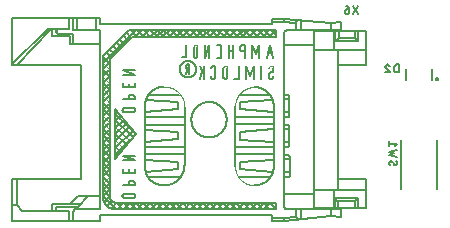
<source format=gbr>
G04 EAGLE Gerber X2 export*
%TF.Part,Single*%
%TF.FileFunction,Legend,Bot,1*%
%TF.FilePolarity,Positive*%
%TF.GenerationSoftware,Autodesk,EAGLE,9.1.0*%
%TF.CreationDate,2019-01-28T13:00:55Z*%
G75*
%MOMM*%
%FSLAX34Y34*%
%LPD*%
%AMOC8*
5,1,8,0,0,1.08239X$1,22.5*%
G01*
%ADD10C,0.203200*%
%ADD11C,0.152400*%
%ADD12C,0.101600*%


D10*
X366600Y144200D02*
X366600Y135200D01*
X344600Y135200D02*
X344600Y144200D01*
X369600Y136200D02*
X369602Y136263D01*
X369608Y136325D01*
X369618Y136387D01*
X369631Y136449D01*
X369649Y136509D01*
X369670Y136568D01*
X369695Y136626D01*
X369724Y136682D01*
X369756Y136736D01*
X369791Y136788D01*
X369829Y136837D01*
X369871Y136885D01*
X369915Y136929D01*
X369963Y136971D01*
X370012Y137009D01*
X370064Y137044D01*
X370118Y137076D01*
X370174Y137105D01*
X370232Y137130D01*
X370291Y137151D01*
X370351Y137169D01*
X370413Y137182D01*
X370475Y137192D01*
X370537Y137198D01*
X370600Y137200D01*
X370663Y137198D01*
X370725Y137192D01*
X370787Y137182D01*
X370849Y137169D01*
X370909Y137151D01*
X370968Y137130D01*
X371026Y137105D01*
X371082Y137076D01*
X371136Y137044D01*
X371188Y137009D01*
X371237Y136971D01*
X371285Y136929D01*
X371329Y136885D01*
X371371Y136837D01*
X371409Y136788D01*
X371444Y136736D01*
X371476Y136682D01*
X371505Y136626D01*
X371530Y136568D01*
X371551Y136509D01*
X371569Y136449D01*
X371582Y136387D01*
X371592Y136325D01*
X371598Y136263D01*
X371600Y136200D01*
X371598Y136137D01*
X371592Y136075D01*
X371582Y136013D01*
X371569Y135951D01*
X371551Y135891D01*
X371530Y135832D01*
X371505Y135774D01*
X371476Y135718D01*
X371444Y135664D01*
X371409Y135612D01*
X371371Y135563D01*
X371329Y135515D01*
X371285Y135471D01*
X371237Y135429D01*
X371188Y135391D01*
X371136Y135356D01*
X371082Y135324D01*
X371026Y135295D01*
X370968Y135270D01*
X370909Y135249D01*
X370849Y135231D01*
X370787Y135218D01*
X370725Y135208D01*
X370663Y135202D01*
X370600Y135200D01*
X370537Y135202D01*
X370475Y135208D01*
X370413Y135218D01*
X370351Y135231D01*
X370291Y135249D01*
X370232Y135270D01*
X370174Y135295D01*
X370118Y135324D01*
X370064Y135356D01*
X370012Y135391D01*
X369963Y135429D01*
X369915Y135471D01*
X369871Y135515D01*
X369829Y135563D01*
X369791Y135612D01*
X369756Y135664D01*
X369724Y135718D01*
X369695Y135774D01*
X369670Y135832D01*
X369649Y135891D01*
X369631Y135951D01*
X369618Y136013D01*
X369608Y136075D01*
X369602Y136137D01*
X369600Y136200D01*
D11*
X338328Y141732D02*
X338328Y148336D01*
X336494Y148336D01*
X336409Y148334D01*
X336325Y148328D01*
X336241Y148318D01*
X336157Y148305D01*
X336074Y148287D01*
X335992Y148266D01*
X335911Y148241D01*
X335831Y148212D01*
X335753Y148180D01*
X335677Y148144D01*
X335602Y148104D01*
X335529Y148061D01*
X335458Y148015D01*
X335389Y147966D01*
X335322Y147913D01*
X335258Y147857D01*
X335197Y147799D01*
X335139Y147738D01*
X335083Y147674D01*
X335030Y147607D01*
X334981Y147538D01*
X334935Y147467D01*
X334892Y147394D01*
X334852Y147319D01*
X334816Y147243D01*
X334784Y147165D01*
X334755Y147085D01*
X334730Y147004D01*
X334709Y146922D01*
X334691Y146839D01*
X334678Y146755D01*
X334668Y146671D01*
X334662Y146587D01*
X334660Y146502D01*
X334659Y146502D02*
X334659Y143566D01*
X334660Y143566D02*
X334662Y143481D01*
X334668Y143397D01*
X334678Y143313D01*
X334691Y143229D01*
X334709Y143146D01*
X334730Y143064D01*
X334755Y142983D01*
X334784Y142903D01*
X334816Y142825D01*
X334852Y142749D01*
X334892Y142674D01*
X334935Y142601D01*
X334981Y142530D01*
X335030Y142461D01*
X335083Y142394D01*
X335139Y142330D01*
X335197Y142269D01*
X335258Y142211D01*
X335322Y142155D01*
X335389Y142102D01*
X335458Y142053D01*
X335529Y142007D01*
X335602Y141964D01*
X335677Y141924D01*
X335753Y141888D01*
X335831Y141856D01*
X335911Y141827D01*
X335992Y141802D01*
X336074Y141781D01*
X336157Y141763D01*
X336241Y141750D01*
X336325Y141740D01*
X336409Y141734D01*
X336494Y141732D01*
X338328Y141732D01*
X328751Y148336D02*
X328672Y148334D01*
X328594Y148329D01*
X328516Y148319D01*
X328439Y148306D01*
X328362Y148289D01*
X328286Y148269D01*
X328211Y148245D01*
X328137Y148218D01*
X328065Y148187D01*
X327994Y148152D01*
X327926Y148115D01*
X327858Y148074D01*
X327793Y148030D01*
X327730Y147983D01*
X327670Y147933D01*
X327612Y147880D01*
X327556Y147824D01*
X327503Y147766D01*
X327453Y147706D01*
X327406Y147643D01*
X327362Y147578D01*
X327321Y147511D01*
X327284Y147442D01*
X327249Y147371D01*
X327218Y147299D01*
X327191Y147225D01*
X327167Y147150D01*
X327147Y147074D01*
X327130Y146997D01*
X327117Y146920D01*
X327107Y146842D01*
X327102Y146764D01*
X327100Y146685D01*
X328751Y148336D02*
X328840Y148334D01*
X328929Y148329D01*
X329017Y148319D01*
X329105Y148306D01*
X329192Y148290D01*
X329279Y148269D01*
X329364Y148245D01*
X329449Y148218D01*
X329532Y148187D01*
X329614Y148152D01*
X329695Y148114D01*
X329774Y148073D01*
X329850Y148029D01*
X329926Y147981D01*
X329999Y147930D01*
X330069Y147877D01*
X330138Y147820D01*
X330204Y147760D01*
X330267Y147698D01*
X330328Y147633D01*
X330386Y147566D01*
X330441Y147496D01*
X330494Y147424D01*
X330543Y147350D01*
X330589Y147274D01*
X330631Y147196D01*
X330671Y147116D01*
X330707Y147035D01*
X330740Y146952D01*
X330769Y146868D01*
X327650Y145401D02*
X327594Y145457D01*
X327540Y145516D01*
X327489Y145577D01*
X327440Y145641D01*
X327395Y145706D01*
X327352Y145774D01*
X327313Y145843D01*
X327276Y145914D01*
X327243Y145987D01*
X327214Y146061D01*
X327187Y146136D01*
X327164Y146212D01*
X327145Y146290D01*
X327129Y146368D01*
X327116Y146446D01*
X327107Y146526D01*
X327102Y146605D01*
X327100Y146685D01*
X327650Y145401D02*
X330769Y141732D01*
X327100Y141732D01*
D10*
X340346Y84500D02*
X340346Y42500D01*
X370854Y42500D02*
X370854Y84500D01*
D11*
X331922Y66721D02*
X331848Y66719D01*
X331773Y66713D01*
X331700Y66704D01*
X331626Y66691D01*
X331554Y66674D01*
X331483Y66654D01*
X331412Y66630D01*
X331343Y66602D01*
X331276Y66571D01*
X331210Y66537D01*
X331145Y66499D01*
X331083Y66458D01*
X331023Y66414D01*
X330966Y66367D01*
X330911Y66317D01*
X330858Y66264D01*
X330808Y66209D01*
X330761Y66152D01*
X330717Y66092D01*
X330676Y66030D01*
X330638Y65965D01*
X330604Y65899D01*
X330573Y65832D01*
X330545Y65763D01*
X330521Y65692D01*
X330501Y65621D01*
X330484Y65549D01*
X330471Y65475D01*
X330462Y65402D01*
X330456Y65327D01*
X330454Y65253D01*
X330456Y65142D01*
X330462Y65031D01*
X330472Y64920D01*
X330486Y64809D01*
X330504Y64700D01*
X330526Y64591D01*
X330551Y64482D01*
X330581Y64375D01*
X330614Y64269D01*
X330652Y64164D01*
X330692Y64061D01*
X330737Y63959D01*
X330785Y63859D01*
X330837Y63760D01*
X330892Y63664D01*
X330951Y63569D01*
X331013Y63477D01*
X331079Y63387D01*
X331147Y63299D01*
X331219Y63214D01*
X331294Y63132D01*
X331371Y63052D01*
X335590Y63235D02*
X335664Y63237D01*
X335739Y63243D01*
X335812Y63252D01*
X335886Y63265D01*
X335958Y63282D01*
X336029Y63302D01*
X336100Y63326D01*
X336169Y63354D01*
X336236Y63385D01*
X336302Y63419D01*
X336367Y63457D01*
X336429Y63498D01*
X336489Y63542D01*
X336546Y63589D01*
X336601Y63639D01*
X336654Y63692D01*
X336704Y63747D01*
X336751Y63804D01*
X336795Y63864D01*
X336836Y63926D01*
X336874Y63991D01*
X336908Y64057D01*
X336939Y64124D01*
X336967Y64193D01*
X336991Y64264D01*
X337011Y64335D01*
X337028Y64407D01*
X337041Y64481D01*
X337050Y64554D01*
X337056Y64629D01*
X337058Y64703D01*
X337056Y64807D01*
X337050Y64911D01*
X337040Y65015D01*
X337027Y65118D01*
X337009Y65221D01*
X336987Y65323D01*
X336962Y65424D01*
X336933Y65524D01*
X336900Y65623D01*
X336863Y65720D01*
X336823Y65816D01*
X336779Y65911D01*
X336731Y66003D01*
X336681Y66094D01*
X336626Y66183D01*
X336569Y66270D01*
X336508Y66354D01*
X334305Y63969D02*
X334344Y63906D01*
X334386Y63846D01*
X334431Y63788D01*
X334479Y63731D01*
X334530Y63678D01*
X334583Y63627D01*
X334638Y63578D01*
X334696Y63533D01*
X334756Y63490D01*
X334818Y63450D01*
X334882Y63414D01*
X334948Y63380D01*
X335016Y63350D01*
X335084Y63323D01*
X335154Y63300D01*
X335225Y63280D01*
X335297Y63264D01*
X335370Y63251D01*
X335443Y63242D01*
X335516Y63237D01*
X335590Y63235D01*
X333207Y65987D02*
X333168Y66050D01*
X333126Y66110D01*
X333081Y66169D01*
X333033Y66225D01*
X332982Y66278D01*
X332929Y66329D01*
X332874Y66378D01*
X332816Y66423D01*
X332756Y66466D01*
X332694Y66506D01*
X332630Y66542D01*
X332564Y66576D01*
X332496Y66606D01*
X332428Y66633D01*
X332358Y66656D01*
X332287Y66676D01*
X332215Y66692D01*
X332142Y66705D01*
X332069Y66714D01*
X331996Y66719D01*
X331922Y66721D01*
X333206Y65987D02*
X334306Y63969D01*
X337058Y69998D02*
X330454Y71465D01*
X334857Y72933D01*
X330454Y74401D01*
X337058Y75868D01*
X335590Y79389D02*
X337058Y81224D01*
X330454Y81224D01*
X330454Y83058D02*
X330454Y79389D01*
D10*
X310488Y51433D02*
X286859Y51433D01*
X310488Y51433D02*
X310488Y26349D01*
X266865Y26349D01*
X266865Y176851D01*
X310488Y176851D01*
X310488Y148132D01*
X286859Y148132D01*
X286859Y51433D01*
X286859Y42708D01*
X267228Y42345D02*
X310125Y42345D01*
X284314Y35074D02*
X284314Y26713D01*
X284314Y35074D02*
X303945Y35074D01*
X303945Y26713D01*
X301400Y26713D02*
X301400Y32529D01*
X303581Y34710D01*
X287223Y32165D02*
X287223Y26713D01*
X287223Y32165D02*
X284678Y34710D01*
X287223Y32529D02*
X301037Y32529D01*
X289767Y25622D02*
X289767Y18715D01*
X281043Y19806D01*
X241418Y15443D01*
X230875Y15443D01*
X230875Y20533D01*
X85827Y20533D01*
X85827Y15443D01*
X10940Y15443D01*
X10940Y51433D01*
X69105Y51433D01*
X69105Y147768D01*
X10940Y147768D01*
X10940Y187393D01*
X59653Y187393D01*
X85827Y187393D01*
X85827Y182304D01*
X230875Y182304D01*
X230875Y187030D01*
X241418Y187030D01*
X281043Y183394D01*
X289767Y184121D01*
X289767Y177214D01*
X281043Y177214D02*
X281043Y183031D01*
X303945Y176487D02*
X303945Y167762D01*
X284678Y167762D01*
X284678Y176487D01*
X287586Y176487D02*
X287586Y170671D01*
X285041Y168126D01*
X301400Y170671D02*
X301400Y176487D01*
X301400Y170671D02*
X301400Y170307D01*
X303581Y168126D01*
X301400Y170671D02*
X287950Y170671D01*
X267228Y160492D02*
X309761Y160492D01*
X286859Y159765D02*
X286859Y148495D01*
X283587Y160855D02*
X283587Y176487D01*
X283224Y41981D02*
X283224Y26713D01*
X289404Y177578D02*
X243599Y177578D01*
X241418Y175397D01*
X241418Y28530D01*
X241420Y28424D01*
X241426Y28318D01*
X241435Y28212D01*
X241449Y28107D01*
X241466Y28002D01*
X241488Y27898D01*
X241513Y27794D01*
X241541Y27692D01*
X241574Y27591D01*
X241610Y27491D01*
X241650Y27393D01*
X241693Y27296D01*
X241740Y27200D01*
X241790Y27107D01*
X241844Y27015D01*
X241901Y26925D01*
X241961Y26838D01*
X242024Y26753D01*
X242091Y26670D01*
X242160Y26589D01*
X242233Y26512D01*
X242308Y26437D01*
X242385Y26364D01*
X242466Y26295D01*
X242549Y26228D01*
X242634Y26165D01*
X242721Y26105D01*
X242811Y26048D01*
X242903Y25994D01*
X242996Y25944D01*
X243092Y25897D01*
X243189Y25854D01*
X243287Y25814D01*
X243387Y25778D01*
X243488Y25745D01*
X243590Y25717D01*
X243694Y25692D01*
X243798Y25670D01*
X243903Y25653D01*
X244008Y25639D01*
X244114Y25630D01*
X244220Y25624D01*
X244326Y25622D01*
X289404Y25622D01*
X251597Y25259D02*
X251597Y19079D01*
X253051Y16898D01*
X251233Y19442D02*
X241418Y18352D01*
X241418Y15807D01*
X281043Y20169D02*
X281043Y25259D01*
X255959Y25259D02*
X255959Y17625D01*
X266501Y38346D02*
X241781Y38346D01*
X241781Y164491D02*
X266501Y164491D01*
X255959Y177941D02*
X255959Y185212D01*
X251233Y183758D02*
X251233Y177941D01*
X251233Y183758D02*
X252687Y185575D01*
X250870Y183394D02*
X241054Y184485D01*
X231239Y184485D01*
X241054Y184848D02*
X241054Y186666D01*
X241418Y18352D02*
X231239Y18352D01*
X241781Y118686D02*
X245417Y118686D01*
X245417Y107780D02*
X242145Y107780D01*
X241781Y97238D02*
X243962Y97238D01*
X244046Y97236D01*
X244130Y97230D01*
X244213Y97221D01*
X244296Y97207D01*
X244378Y97190D01*
X244460Y97169D01*
X244540Y97144D01*
X244619Y97115D01*
X244696Y97083D01*
X244772Y97047D01*
X244847Y97008D01*
X244919Y96966D01*
X244989Y96920D01*
X245058Y96871D01*
X245123Y96819D01*
X245187Y96764D01*
X245248Y96706D01*
X245306Y96645D01*
X245361Y96581D01*
X245413Y96516D01*
X245462Y96447D01*
X245508Y96377D01*
X245550Y96305D01*
X245589Y96230D01*
X245625Y96154D01*
X245657Y96077D01*
X245686Y95998D01*
X245711Y95918D01*
X245732Y95836D01*
X245749Y95754D01*
X245763Y95671D01*
X245772Y95588D01*
X245778Y95504D01*
X245780Y95420D01*
X245780Y80515D01*
X243599Y78334D02*
X241781Y78334D01*
X243599Y78334D02*
X243692Y78336D01*
X243784Y78342D01*
X243876Y78352D01*
X243968Y78365D01*
X244058Y78383D01*
X244149Y78404D01*
X244238Y78430D01*
X244326Y78459D01*
X244412Y78491D01*
X244497Y78528D01*
X244581Y78568D01*
X244663Y78611D01*
X244743Y78658D01*
X244820Y78708D01*
X244896Y78761D01*
X244969Y78818D01*
X245040Y78878D01*
X245108Y78940D01*
X245174Y79006D01*
X245236Y79074D01*
X245296Y79145D01*
X245353Y79218D01*
X245406Y79294D01*
X245456Y79371D01*
X245503Y79451D01*
X245546Y79533D01*
X245586Y79617D01*
X245623Y79702D01*
X245655Y79788D01*
X245684Y79876D01*
X245710Y79965D01*
X245731Y80056D01*
X245749Y80146D01*
X245762Y80238D01*
X245772Y80330D01*
X245778Y80422D01*
X245780Y80515D01*
X245417Y93602D02*
X241781Y93602D01*
X241781Y82333D02*
X245417Y82333D01*
X243962Y71791D02*
X241781Y71791D01*
X243962Y71791D02*
X244055Y71789D01*
X244147Y71783D01*
X244239Y71773D01*
X244331Y71760D01*
X244422Y71742D01*
X244512Y71721D01*
X244601Y71695D01*
X244689Y71666D01*
X244776Y71634D01*
X244861Y71597D01*
X244944Y71557D01*
X245026Y71514D01*
X245106Y71467D01*
X245184Y71417D01*
X245259Y71363D01*
X245333Y71307D01*
X245404Y71247D01*
X245472Y71184D01*
X245537Y71119D01*
X245600Y71051D01*
X245660Y70980D01*
X245716Y70906D01*
X245770Y70831D01*
X245820Y70753D01*
X245867Y70673D01*
X245910Y70591D01*
X245950Y70508D01*
X245987Y70423D01*
X246019Y70336D01*
X246048Y70248D01*
X246074Y70159D01*
X246095Y70069D01*
X246113Y69978D01*
X246126Y69886D01*
X246136Y69794D01*
X246142Y69702D01*
X246144Y69609D01*
X246144Y55069D01*
X243962Y52887D02*
X241781Y52887D01*
X243962Y52887D02*
X244055Y52889D01*
X244147Y52895D01*
X244239Y52905D01*
X244331Y52918D01*
X244422Y52936D01*
X244512Y52957D01*
X244601Y52983D01*
X244689Y53012D01*
X244776Y53044D01*
X244861Y53081D01*
X244944Y53121D01*
X245026Y53164D01*
X245106Y53211D01*
X245184Y53261D01*
X245259Y53315D01*
X245333Y53371D01*
X245404Y53431D01*
X245472Y53494D01*
X245537Y53559D01*
X245600Y53627D01*
X245660Y53698D01*
X245716Y53772D01*
X245770Y53847D01*
X245820Y53925D01*
X245867Y54005D01*
X245910Y54087D01*
X245950Y54170D01*
X245987Y54255D01*
X246019Y54342D01*
X246048Y54430D01*
X246074Y54519D01*
X246095Y54609D01*
X246113Y54700D01*
X246126Y54792D01*
X246136Y54884D01*
X246142Y54976D01*
X246144Y55069D01*
X245780Y57249D02*
X241781Y57249D01*
X241781Y68155D02*
X245780Y68155D01*
X243962Y103781D02*
X241781Y103781D01*
X243962Y103781D02*
X244046Y103783D01*
X244130Y103789D01*
X244213Y103798D01*
X244296Y103812D01*
X244378Y103829D01*
X244460Y103850D01*
X244540Y103875D01*
X244619Y103904D01*
X244696Y103936D01*
X244772Y103972D01*
X244847Y104011D01*
X244919Y104053D01*
X244989Y104099D01*
X245058Y104148D01*
X245123Y104200D01*
X245187Y104255D01*
X245248Y104313D01*
X245306Y104374D01*
X245361Y104438D01*
X245413Y104503D01*
X245462Y104572D01*
X245508Y104642D01*
X245550Y104714D01*
X245589Y104789D01*
X245625Y104865D01*
X245657Y104942D01*
X245686Y105021D01*
X245711Y105101D01*
X245732Y105183D01*
X245749Y105265D01*
X245763Y105348D01*
X245772Y105431D01*
X245778Y105515D01*
X245780Y105599D01*
X245780Y120867D01*
X243962Y122685D02*
X241781Y122685D01*
X243962Y122685D02*
X244046Y122683D01*
X244130Y122677D01*
X244213Y122668D01*
X244296Y122654D01*
X244378Y122637D01*
X244460Y122616D01*
X244540Y122591D01*
X244619Y122562D01*
X244696Y122530D01*
X244772Y122494D01*
X244847Y122455D01*
X244919Y122413D01*
X244989Y122367D01*
X245058Y122318D01*
X245123Y122266D01*
X245187Y122211D01*
X245248Y122153D01*
X245306Y122092D01*
X245361Y122028D01*
X245413Y121963D01*
X245462Y121894D01*
X245508Y121824D01*
X245550Y121752D01*
X245589Y121677D01*
X245625Y121601D01*
X245657Y121524D01*
X245686Y121445D01*
X245711Y121365D01*
X245732Y121283D01*
X245749Y121201D01*
X245763Y121118D01*
X245772Y121035D01*
X245778Y120951D01*
X245780Y120867D01*
D12*
X215971Y129228D02*
X215584Y129223D01*
X215198Y129209D01*
X214812Y129186D01*
X214427Y129153D01*
X214043Y129111D01*
X213660Y129060D01*
X213278Y129000D01*
X212898Y128930D01*
X212519Y128851D01*
X212143Y128763D01*
X211769Y128666D01*
X211397Y128560D01*
X211028Y128445D01*
X210662Y128321D01*
X210299Y128189D01*
X209939Y128047D01*
X209583Y127897D01*
X209230Y127738D01*
X208882Y127571D01*
X208537Y127396D01*
X208197Y127212D01*
X207862Y127020D01*
X207531Y126820D01*
X207205Y126612D01*
X206884Y126396D01*
X206569Y126173D01*
X206259Y125942D01*
X205955Y125704D01*
X205656Y125458D01*
X205364Y125205D01*
X205077Y124945D01*
X204798Y124679D01*
X204524Y124405D01*
X204258Y124126D01*
X203998Y123839D01*
X203745Y123547D01*
X203499Y123248D01*
X203261Y122944D01*
X203030Y122634D01*
X202807Y122319D01*
X202591Y121998D01*
X202383Y121672D01*
X202183Y121341D01*
X201991Y121006D01*
X201807Y120666D01*
X201632Y120321D01*
X201465Y119973D01*
X201306Y119620D01*
X201156Y119264D01*
X201014Y118904D01*
X200882Y118541D01*
X200758Y118175D01*
X200643Y117806D01*
X200537Y117434D01*
X200440Y117060D01*
X200352Y116684D01*
X200273Y116305D01*
X200203Y115925D01*
X200143Y115543D01*
X200092Y115160D01*
X200050Y114776D01*
X200017Y114391D01*
X199994Y114005D01*
X199980Y113619D01*
X199975Y113232D01*
D10*
X215971Y129228D02*
X216375Y129223D01*
X216779Y129208D01*
X217182Y129184D01*
X217585Y129150D01*
X217987Y129106D01*
X218387Y129053D01*
X218786Y128989D01*
X219184Y128916D01*
X219579Y128834D01*
X219973Y128742D01*
X220364Y128641D01*
X220753Y128530D01*
X221138Y128410D01*
X221521Y128280D01*
X221901Y128141D01*
X222277Y127993D01*
X222649Y127837D01*
X223018Y127671D01*
X223382Y127496D01*
X223742Y127313D01*
X224098Y127120D01*
X224448Y126920D01*
X224794Y126711D01*
X225135Y126493D01*
X225470Y126268D01*
X225800Y126034D01*
X226124Y125793D01*
X226442Y125544D01*
X226754Y125287D01*
X227060Y125023D01*
X227359Y124751D01*
X227652Y124472D01*
X227937Y124187D01*
X228216Y123894D01*
X228488Y123595D01*
X228752Y123289D01*
X229009Y122977D01*
X229258Y122659D01*
X229499Y122335D01*
X229733Y122005D01*
X229958Y121670D01*
X230176Y121329D01*
X230385Y120983D01*
X230585Y120633D01*
X230778Y120277D01*
X230961Y119917D01*
X231136Y119553D01*
X231302Y119184D01*
X231458Y118812D01*
X231606Y118436D01*
X231745Y118056D01*
X231875Y117673D01*
X231995Y117288D01*
X232106Y116899D01*
X232207Y116508D01*
X232299Y116114D01*
X232381Y115719D01*
X232454Y115321D01*
X232518Y114922D01*
X232571Y114522D01*
X232615Y114120D01*
X232649Y113717D01*
X232673Y113314D01*
X232688Y112910D01*
X232693Y112506D01*
X232693Y72154D01*
X232693Y62702D01*
X232688Y62298D01*
X232673Y61894D01*
X232649Y61491D01*
X232615Y61088D01*
X232571Y60686D01*
X232518Y60286D01*
X232454Y59887D01*
X232381Y59489D01*
X232299Y59094D01*
X232207Y58700D01*
X232106Y58309D01*
X231995Y57920D01*
X231875Y57535D01*
X231745Y57152D01*
X231606Y56772D01*
X231458Y56396D01*
X231302Y56024D01*
X231136Y55655D01*
X230961Y55291D01*
X230778Y54931D01*
X230585Y54575D01*
X230385Y54225D01*
X230176Y53879D01*
X229958Y53538D01*
X229733Y53203D01*
X229499Y52873D01*
X229258Y52549D01*
X229009Y52231D01*
X228752Y51919D01*
X228488Y51613D01*
X228216Y51314D01*
X227937Y51021D01*
X227652Y50736D01*
X227359Y50457D01*
X227060Y50185D01*
X226754Y49921D01*
X226442Y49664D01*
X226124Y49415D01*
X225800Y49174D01*
X225470Y48940D01*
X225135Y48715D01*
X224794Y48497D01*
X224448Y48288D01*
X224098Y48088D01*
X223742Y47895D01*
X223382Y47712D01*
X223018Y47537D01*
X222649Y47371D01*
X222277Y47215D01*
X221901Y47067D01*
X221521Y46928D01*
X221138Y46798D01*
X220753Y46678D01*
X220364Y46567D01*
X219973Y46466D01*
X219579Y46374D01*
X219184Y46292D01*
X218786Y46219D01*
X218387Y46155D01*
X217987Y46102D01*
X217585Y46058D01*
X217182Y46024D01*
X216779Y46000D01*
X216375Y45985D01*
X215971Y45980D01*
D12*
X215584Y45985D01*
X215198Y45999D01*
X214812Y46022D01*
X214427Y46055D01*
X214043Y46097D01*
X213660Y46148D01*
X213278Y46208D01*
X212898Y46278D01*
X212519Y46357D01*
X212143Y46445D01*
X211769Y46542D01*
X211397Y46648D01*
X211028Y46763D01*
X210662Y46887D01*
X210299Y47019D01*
X209939Y47161D01*
X209583Y47311D01*
X209230Y47470D01*
X208882Y47637D01*
X208537Y47812D01*
X208197Y47996D01*
X207862Y48188D01*
X207531Y48388D01*
X207205Y48596D01*
X206884Y48812D01*
X206569Y49035D01*
X206259Y49266D01*
X205955Y49504D01*
X205656Y49750D01*
X205364Y50003D01*
X205077Y50263D01*
X204798Y50529D01*
X204524Y50803D01*
X204258Y51082D01*
X203998Y51369D01*
X203745Y51661D01*
X203499Y51960D01*
X203261Y52264D01*
X203030Y52574D01*
X202807Y52889D01*
X202591Y53210D01*
X202383Y53536D01*
X202183Y53867D01*
X201991Y54202D01*
X201807Y54542D01*
X201632Y54887D01*
X201465Y55235D01*
X201306Y55588D01*
X201156Y55944D01*
X201014Y56304D01*
X200882Y56667D01*
X200758Y57033D01*
X200643Y57402D01*
X200537Y57774D01*
X200440Y58148D01*
X200352Y58524D01*
X200273Y58903D01*
X200203Y59283D01*
X200143Y59665D01*
X200092Y60048D01*
X200050Y60432D01*
X200017Y60817D01*
X199994Y61203D01*
X199980Y61589D01*
X199975Y61976D01*
D10*
X199975Y113232D01*
X98187Y110688D02*
X98187Y68882D01*
X116000Y89604D02*
X98187Y110688D01*
X116000Y89604D02*
X98187Y68519D01*
X99641Y31075D02*
X234511Y31075D01*
X99641Y31075D02*
X99489Y31077D01*
X99337Y31083D01*
X99185Y31093D01*
X99033Y31107D01*
X98882Y31125D01*
X98731Y31147D01*
X98581Y31172D01*
X98432Y31202D01*
X98283Y31236D01*
X98136Y31273D01*
X97989Y31315D01*
X97844Y31360D01*
X97700Y31409D01*
X97557Y31461D01*
X97415Y31518D01*
X97275Y31578D01*
X97137Y31642D01*
X97001Y31709D01*
X96866Y31780D01*
X96733Y31854D01*
X96602Y31932D01*
X96473Y32013D01*
X96347Y32098D01*
X96222Y32186D01*
X96100Y32277D01*
X95981Y32371D01*
X95864Y32468D01*
X95749Y32569D01*
X95638Y32672D01*
X95528Y32778D01*
X95422Y32888D01*
X95319Y32999D01*
X95218Y33114D01*
X95121Y33231D01*
X95027Y33350D01*
X94936Y33472D01*
X94848Y33597D01*
X94763Y33723D01*
X94682Y33852D01*
X94604Y33983D01*
X94530Y34116D01*
X94459Y34251D01*
X94392Y34387D01*
X94328Y34525D01*
X94268Y34665D01*
X94211Y34807D01*
X94159Y34950D01*
X94110Y35094D01*
X94065Y35239D01*
X94023Y35386D01*
X93986Y35533D01*
X93952Y35682D01*
X93922Y35831D01*
X93897Y35981D01*
X93875Y36132D01*
X93857Y36283D01*
X93843Y36435D01*
X93833Y36587D01*
X93827Y36739D01*
X93825Y36891D01*
X93825Y82696D01*
X93825Y152495D01*
X112728Y171398D01*
X234511Y171398D01*
X234511Y173215D01*
X234511Y177578D01*
X110184Y177578D01*
X88008Y155402D01*
X88008Y36528D01*
X88011Y36264D01*
X88021Y36001D01*
X88037Y35738D01*
X88059Y35475D01*
X88088Y35213D01*
X88122Y34952D01*
X88164Y34692D01*
X88211Y34433D01*
X88265Y34175D01*
X88325Y33918D01*
X88391Y33663D01*
X88463Y33409D01*
X88542Y33158D01*
X88626Y32908D01*
X88717Y32661D01*
X88813Y32415D01*
X88915Y32173D01*
X89024Y31932D01*
X89138Y31695D01*
X89257Y31460D01*
X89383Y31228D01*
X89513Y30999D01*
X89650Y30774D01*
X89791Y30551D01*
X89939Y30333D01*
X90091Y30118D01*
X90248Y29906D01*
X90411Y29699D01*
X90578Y29495D01*
X90751Y29296D01*
X90928Y29101D01*
X91110Y28910D01*
X91296Y28724D01*
X91487Y28542D01*
X91682Y28365D01*
X91881Y28192D01*
X92085Y28025D01*
X92292Y27862D01*
X92504Y27705D01*
X92719Y27553D01*
X92937Y27405D01*
X93160Y27264D01*
X93385Y27127D01*
X93614Y26997D01*
X93846Y26871D01*
X94081Y26752D01*
X94318Y26638D01*
X94559Y26529D01*
X94801Y26427D01*
X95047Y26331D01*
X95294Y26240D01*
X95544Y26156D01*
X95795Y26077D01*
X96049Y26005D01*
X96304Y25939D01*
X96561Y25879D01*
X96819Y25825D01*
X97078Y25778D01*
X97338Y25736D01*
X97599Y25702D01*
X97861Y25673D01*
X98124Y25651D01*
X98387Y25635D01*
X98650Y25625D01*
X98914Y25622D01*
X202157Y25622D01*
X234511Y25622D01*
X234511Y31075D01*
X157079Y63430D02*
X157079Y112142D01*
D12*
X157074Y112564D01*
X157059Y112985D01*
X157033Y113406D01*
X156998Y113826D01*
X156952Y114245D01*
X156896Y114663D01*
X156830Y115080D01*
X156754Y115495D01*
X156668Y115907D01*
X156572Y116318D01*
X156466Y116726D01*
X156350Y117132D01*
X156225Y117534D01*
X156090Y117934D01*
X155945Y118330D01*
X155791Y118722D01*
X155627Y119111D01*
X155454Y119495D01*
X155272Y119876D01*
X155080Y120251D01*
X154880Y120622D01*
X154670Y120988D01*
X154452Y121349D01*
X154225Y121705D01*
X153990Y122055D01*
X153746Y122399D01*
X153494Y122737D01*
X153234Y123069D01*
X152966Y123394D01*
X152691Y123713D01*
X152407Y124026D01*
X152116Y124331D01*
X151818Y124629D01*
X151513Y124920D01*
X151200Y125204D01*
X150881Y125479D01*
X150556Y125747D01*
X150224Y126007D01*
X149886Y126259D01*
X149542Y126503D01*
X149192Y126738D01*
X148836Y126965D01*
X148475Y127183D01*
X148109Y127393D01*
X147738Y127593D01*
X147363Y127785D01*
X146982Y127967D01*
X146598Y128140D01*
X146209Y128304D01*
X145817Y128458D01*
X145421Y128603D01*
X145021Y128738D01*
X144619Y128863D01*
X144213Y128979D01*
X143805Y129085D01*
X143394Y129181D01*
X142982Y129267D01*
X142567Y129343D01*
X142150Y129409D01*
X141732Y129465D01*
X141313Y129511D01*
X140893Y129546D01*
X140472Y129572D01*
X140051Y129587D01*
X139629Y129592D01*
D10*
X139243Y129587D01*
X138856Y129573D01*
X138470Y129550D01*
X138085Y129517D01*
X137701Y129475D01*
X137318Y129424D01*
X136936Y129364D01*
X136556Y129294D01*
X136178Y129215D01*
X135801Y129127D01*
X135427Y129030D01*
X135055Y128924D01*
X134686Y128809D01*
X134320Y128685D01*
X133957Y128553D01*
X133597Y128411D01*
X133241Y128261D01*
X132889Y128102D01*
X132540Y127935D01*
X132196Y127760D01*
X131856Y127576D01*
X131520Y127384D01*
X131189Y127184D01*
X130864Y126976D01*
X130543Y126761D01*
X130227Y126537D01*
X129917Y126306D01*
X129613Y126068D01*
X129315Y125822D01*
X129022Y125569D01*
X128736Y125310D01*
X128456Y125043D01*
X128183Y124770D01*
X127916Y124490D01*
X127657Y124204D01*
X127404Y123911D01*
X127158Y123613D01*
X126920Y123309D01*
X126689Y122999D01*
X126465Y122683D01*
X126250Y122362D01*
X126042Y122037D01*
X125842Y121706D01*
X125650Y121370D01*
X125466Y121030D01*
X125291Y120686D01*
X125124Y120337D01*
X124965Y119985D01*
X124815Y119629D01*
X124673Y119269D01*
X124541Y118906D01*
X124417Y118540D01*
X124302Y118171D01*
X124196Y117799D01*
X124099Y117425D01*
X124011Y117048D01*
X123932Y116670D01*
X123862Y116290D01*
X123802Y115908D01*
X123751Y115525D01*
X123709Y115141D01*
X123676Y114756D01*
X123653Y114370D01*
X123639Y113983D01*
X123634Y113597D01*
X123634Y61975D01*
X123639Y61589D01*
X123653Y61202D01*
X123676Y60816D01*
X123709Y60431D01*
X123751Y60047D01*
X123802Y59664D01*
X123862Y59282D01*
X123932Y58902D01*
X124011Y58524D01*
X124099Y58147D01*
X124196Y57773D01*
X124302Y57401D01*
X124417Y57032D01*
X124541Y56666D01*
X124673Y56303D01*
X124815Y55943D01*
X124965Y55587D01*
X125124Y55235D01*
X125291Y54886D01*
X125466Y54542D01*
X125650Y54202D01*
X125842Y53866D01*
X126042Y53535D01*
X126250Y53210D01*
X126465Y52889D01*
X126689Y52573D01*
X126920Y52263D01*
X127158Y51959D01*
X127404Y51661D01*
X127657Y51368D01*
X127916Y51082D01*
X128183Y50802D01*
X128456Y50529D01*
X128736Y50262D01*
X129022Y50003D01*
X129315Y49750D01*
X129613Y49504D01*
X129917Y49266D01*
X130227Y49035D01*
X130543Y48811D01*
X130864Y48596D01*
X131189Y48388D01*
X131520Y48188D01*
X131856Y47996D01*
X132196Y47812D01*
X132540Y47637D01*
X132889Y47470D01*
X133241Y47311D01*
X133597Y47161D01*
X133957Y47019D01*
X134320Y46887D01*
X134686Y46763D01*
X135055Y46648D01*
X135427Y46542D01*
X135801Y46445D01*
X136178Y46357D01*
X136556Y46278D01*
X136936Y46208D01*
X137318Y46148D01*
X137701Y46097D01*
X138085Y46055D01*
X138470Y46022D01*
X138856Y45999D01*
X139243Y45985D01*
X139629Y45980D01*
X140051Y45985D01*
X140472Y46000D01*
X140893Y46026D01*
X141313Y46061D01*
X141732Y46107D01*
X142150Y46163D01*
X142567Y46229D01*
X142982Y46305D01*
X143394Y46391D01*
X143805Y46487D01*
X144213Y46593D01*
X144619Y46709D01*
X145021Y46834D01*
X145421Y46969D01*
X145817Y47114D01*
X146209Y47268D01*
X146598Y47432D01*
X146982Y47605D01*
X147363Y47787D01*
X147738Y47979D01*
X148109Y48179D01*
X148475Y48389D01*
X148836Y48607D01*
X149192Y48834D01*
X149542Y49069D01*
X149886Y49313D01*
X150224Y49565D01*
X150556Y49825D01*
X150881Y50093D01*
X151200Y50368D01*
X151513Y50652D01*
X151818Y50943D01*
X152116Y51241D01*
X152407Y51546D01*
X152691Y51859D01*
X152966Y52178D01*
X153234Y52503D01*
X153494Y52835D01*
X153746Y53173D01*
X153990Y53517D01*
X154225Y53867D01*
X154452Y54223D01*
X154670Y54584D01*
X154880Y54950D01*
X155080Y55321D01*
X155272Y55696D01*
X155454Y56077D01*
X155627Y56461D01*
X155791Y56850D01*
X155945Y57242D01*
X156090Y57638D01*
X156225Y58038D01*
X156350Y58440D01*
X156466Y58846D01*
X156572Y59254D01*
X156668Y59665D01*
X156754Y60077D01*
X156830Y60492D01*
X156896Y60909D01*
X156952Y61327D01*
X156998Y61746D01*
X157033Y62166D01*
X157059Y62587D01*
X157074Y63008D01*
X157079Y63430D01*
X41476Y178668D02*
X11303Y148495D01*
X41476Y178668D02*
X59653Y178668D01*
X59653Y187393D01*
X44384Y177941D02*
X14939Y148132D01*
X44384Y177941D02*
X44748Y177941D01*
X44748Y172488D01*
X60016Y172488D01*
X60016Y165945D01*
X85827Y165945D01*
X62561Y166308D02*
X62561Y173942D01*
X49837Y173942D01*
X48020Y175760D01*
X48020Y178305D01*
X62561Y177214D02*
X62561Y187030D01*
X62561Y177214D02*
X85827Y177214D01*
X85827Y25622D01*
X64742Y25622D01*
X62561Y23441D01*
X62561Y15807D01*
X66560Y36892D02*
X85463Y36892D01*
X66560Y36892D02*
X60016Y30348D01*
X45112Y30348D01*
X44748Y29984D01*
X44748Y24895D01*
X66923Y27803D02*
X75648Y36528D01*
X66923Y27803D02*
X48383Y27803D01*
X48383Y24895D01*
X60016Y30348D02*
X69105Y30348D01*
X14939Y29257D02*
X14939Y50706D01*
X14939Y29257D02*
X19664Y24532D01*
X59653Y24532D01*
X59653Y15807D01*
X14575Y29258D02*
X11303Y29258D01*
X82192Y177578D02*
X82192Y187030D01*
X66196Y187030D02*
X66196Y177578D01*
X48747Y178305D02*
X48747Y175397D01*
X203974Y116141D02*
X231239Y118322D01*
X203974Y116141D02*
X203974Y110325D01*
X232330Y108144D01*
X231966Y93239D02*
X204338Y91058D01*
X204338Y84514D01*
X232330Y82696D01*
X232330Y67792D02*
X203974Y65611D01*
X203974Y59431D01*
X231239Y57249D01*
X151626Y116505D02*
X124725Y118322D01*
X151626Y116505D02*
X151626Y110325D01*
X123998Y108144D01*
X123998Y92875D02*
X151626Y91058D01*
X151626Y84878D01*
X123998Y82696D01*
X123998Y67792D02*
X151626Y65611D01*
X151626Y59431D01*
X124725Y57249D01*
X203611Y122685D02*
X228694Y122685D01*
X232330Y103781D02*
X200702Y103781D01*
X200339Y97601D02*
X231966Y97601D01*
X232330Y78334D02*
X200702Y78334D01*
X200339Y72154D02*
X232693Y72154D01*
X229058Y53251D02*
X202884Y53251D01*
X153080Y53251D02*
X126542Y53251D01*
X123998Y72154D02*
X156715Y72154D01*
X156715Y78334D02*
X123998Y78334D01*
X124361Y97238D02*
X156715Y97238D01*
X156715Y103781D02*
X124361Y103781D01*
X126906Y122685D02*
X152716Y122685D01*
X229785Y172125D02*
X234147Y176851D01*
X229785Y172125D02*
X224695Y177214D01*
X223241Y177214D02*
X218515Y172125D01*
X213426Y177214D01*
X211972Y177214D02*
X206882Y172125D01*
X206882Y172488D02*
X202157Y177214D01*
X230512Y177214D02*
X234511Y173215D01*
X228694Y177214D02*
X223968Y172125D01*
X218879Y177214D01*
X217425Y177214D02*
X212699Y172125D01*
X207609Y176851D01*
X206519Y176851D02*
X201429Y172125D01*
X196340Y177214D01*
X194886Y177214D02*
X190160Y172125D01*
X185071Y176851D01*
X195977Y172125D02*
X200702Y177214D01*
X195977Y172125D02*
X191251Y176851D01*
X189069Y177214D02*
X184344Y172125D01*
X179618Y177214D01*
X183616Y177214D02*
X178527Y172125D01*
X173801Y176851D01*
X178164Y176851D02*
X173074Y172125D01*
X168348Y176851D01*
X172347Y177214D02*
X167258Y172125D01*
X162168Y177214D01*
X166894Y177214D02*
X161805Y172125D01*
X156715Y177214D01*
X160714Y177214D02*
X155988Y172125D01*
X150899Y177214D01*
X155625Y177214D02*
X150535Y172125D01*
X145446Y177214D01*
X149808Y177214D02*
X144719Y172125D01*
X139993Y176851D01*
X143992Y176851D02*
X139266Y172125D01*
X134540Y176851D01*
X138539Y176851D02*
X133449Y172125D01*
X128723Y176851D01*
X133449Y176851D02*
X127996Y171761D01*
X122543Y177214D01*
X127269Y177214D02*
X122180Y172125D01*
X117090Y177214D01*
X121453Y177214D02*
X116363Y172125D01*
X111638Y177214D01*
X116000Y177214D02*
X88372Y149586D01*
X112001Y171034D02*
X108002Y175033D01*
X105458Y172125D02*
X109093Y168490D01*
X106185Y165218D02*
X102550Y168853D01*
X102549Y168853D01*
X100005Y166308D02*
X103640Y162673D01*
X100732Y159765D02*
X97097Y163400D01*
X97096Y163400D01*
X93825Y160855D02*
X97823Y156857D01*
X94915Y154312D02*
X91280Y157947D01*
X88372Y154675D02*
X93461Y149586D01*
D12*
X88372Y149222D02*
X93461Y144133D01*
D10*
X93461Y149222D02*
X88372Y144133D01*
X88372Y143406D02*
X93461Y138317D01*
X88372Y138680D02*
X93461Y143769D01*
D12*
X88372Y137953D02*
X93461Y132864D01*
D10*
X93461Y137953D02*
X88372Y132864D01*
X88372Y132500D02*
X93461Y127411D01*
X93461Y132137D02*
X88372Y127048D01*
X88372Y127047D01*
D12*
X88735Y126684D02*
X93461Y121958D01*
D10*
X93461Y126684D02*
X88372Y121595D01*
X88372Y121594D01*
D12*
X88372Y121231D02*
X93461Y116142D01*
D10*
X93461Y116141D01*
X88372Y116142D02*
X93461Y121231D01*
X88372Y116142D02*
X88372Y116141D01*
X88372Y115778D02*
X93461Y110689D01*
X93461Y110688D01*
X93461Y115051D02*
X88372Y109962D01*
X88372Y109961D01*
X88735Y109961D02*
X93461Y105235D01*
X93461Y109598D02*
X88372Y104509D01*
X88372Y104508D01*
D12*
X88735Y104145D02*
X93461Y99419D01*
D10*
X93461Y104145D02*
X88372Y99056D01*
X88372Y99055D01*
D12*
X88735Y98328D02*
X93461Y93602D01*
D10*
X93461Y98328D02*
X88372Y93239D01*
X88735Y92875D02*
X93461Y88149D01*
X93461Y92512D02*
X88372Y87423D01*
X88372Y87422D01*
X88735Y87422D02*
X93461Y82696D01*
X93825Y82696D01*
X93461Y87059D02*
X88372Y81970D01*
X88372Y81969D01*
X88372Y81606D02*
X93461Y76517D01*
X93461Y76516D01*
X93461Y81242D02*
X88372Y76153D01*
X93461Y71064D01*
X93461Y71063D01*
X93461Y75789D02*
X88372Y70700D01*
X88372Y70336D02*
X93461Y65247D01*
X93461Y69973D02*
X88372Y64884D01*
X88372Y64883D01*
X88372Y64520D02*
X93461Y59431D01*
X93461Y64156D02*
X88372Y59067D01*
X93461Y58703D02*
X88372Y53614D01*
X88735Y58703D02*
X93460Y53978D01*
X93461Y53978D01*
D12*
X93461Y53251D02*
X88372Y48162D01*
D10*
X88372Y48161D01*
X93461Y48162D02*
X88372Y53251D01*
X93461Y48162D02*
X93461Y48161D01*
X93461Y47434D02*
X88372Y42345D01*
X93461Y42709D02*
X88372Y47798D01*
X93461Y42709D02*
X93461Y42708D01*
X88735Y41618D02*
X93461Y36892D01*
X93461Y41618D02*
X88372Y36529D01*
X88372Y36528D01*
X98914Y25986D01*
X95279Y26713D02*
X99278Y30712D01*
X95642Y32529D02*
X91643Y28530D01*
X89462Y32166D02*
X93461Y36165D01*
X99641Y30712D02*
X104367Y25986D01*
X100368Y25986D02*
X105094Y30712D01*
X105458Y30712D02*
X110183Y25987D01*
X110183Y25986D01*
X106185Y25987D02*
X110910Y30712D01*
X106185Y25987D02*
X106185Y25986D01*
X110910Y30712D02*
X115636Y25986D01*
X111638Y25986D02*
X116363Y30711D01*
X116363Y30712D01*
X121089Y25986D01*
X117454Y25986D02*
X122180Y30712D01*
X126906Y25986D01*
X122907Y25986D02*
X127633Y30712D01*
X132359Y25986D01*
X128723Y25986D02*
X133449Y30712D01*
X138175Y25986D01*
X134176Y25986D02*
X138902Y30712D01*
X143628Y25986D01*
X139993Y25986D02*
X144719Y30712D01*
X149445Y25986D01*
X145446Y25986D02*
X150172Y30712D01*
X154898Y25986D01*
X150899Y25986D02*
X155625Y30712D01*
X160351Y25986D01*
X157079Y25986D02*
X161805Y30712D01*
X166531Y25986D01*
X162532Y25986D02*
X167258Y30712D01*
X171984Y25986D01*
X168348Y25986D02*
X173074Y30712D01*
X177800Y25986D01*
X173801Y25986D02*
X178527Y30712D01*
X183253Y25986D01*
X179618Y25986D02*
X184344Y30712D01*
X189069Y25987D01*
X189069Y25986D01*
X185071Y25986D02*
X189796Y30711D01*
X189796Y30712D01*
X194522Y25986D01*
X190887Y25986D02*
X195613Y30712D01*
X200339Y25986D01*
X196340Y25986D02*
X201066Y30712D01*
X205792Y25986D01*
X202157Y25622D02*
X207246Y30711D01*
X207246Y30712D01*
X211972Y25986D01*
X207973Y25986D02*
X212699Y30712D01*
X217425Y25986D01*
X213426Y25986D02*
X218152Y30712D01*
X222878Y25986D01*
X219242Y25986D02*
X223968Y30712D01*
X228694Y25986D01*
X224695Y25986D02*
X229421Y30712D01*
X234147Y25986D01*
D12*
X230512Y25986D02*
X234147Y29621D01*
D10*
X113819Y35438D02*
X106185Y35438D01*
X106106Y35440D01*
X106027Y35446D01*
X105949Y35455D01*
X105871Y35468D01*
X105793Y35486D01*
X105717Y35506D01*
X105642Y35531D01*
X105568Y35559D01*
X105496Y35590D01*
X105425Y35625D01*
X105356Y35664D01*
X105288Y35706D01*
X105223Y35750D01*
X105161Y35798D01*
X105100Y35849D01*
X105042Y35903D01*
X104987Y35960D01*
X104935Y36019D01*
X104885Y36081D01*
X104839Y36145D01*
X104795Y36211D01*
X104755Y36279D01*
X104718Y36349D01*
X104685Y36421D01*
X104655Y36494D01*
X104629Y36568D01*
X104606Y36644D01*
X104588Y36721D01*
X104572Y36799D01*
X104561Y36877D01*
X104553Y36955D01*
X104549Y37034D01*
X104549Y37114D01*
X104553Y37193D01*
X104561Y37271D01*
X104572Y37349D01*
X104588Y37427D01*
X104606Y37504D01*
X104629Y37580D01*
X104655Y37654D01*
X104685Y37727D01*
X104718Y37799D01*
X104755Y37869D01*
X104795Y37937D01*
X104839Y38003D01*
X104885Y38067D01*
X104935Y38129D01*
X104987Y38188D01*
X105042Y38245D01*
X105100Y38299D01*
X105161Y38350D01*
X105223Y38398D01*
X105288Y38442D01*
X105356Y38484D01*
X105425Y38523D01*
X105496Y38558D01*
X105568Y38589D01*
X105642Y38617D01*
X105717Y38642D01*
X105793Y38662D01*
X105871Y38680D01*
X105949Y38693D01*
X106027Y38702D01*
X106106Y38708D01*
X106185Y38710D01*
X106185Y38709D02*
X113819Y38709D01*
X113819Y38710D02*
X113898Y38708D01*
X113977Y38702D01*
X114055Y38693D01*
X114133Y38680D01*
X114211Y38662D01*
X114287Y38642D01*
X114362Y38617D01*
X114436Y38589D01*
X114508Y38558D01*
X114579Y38523D01*
X114648Y38484D01*
X114716Y38442D01*
X114781Y38398D01*
X114843Y38350D01*
X114904Y38299D01*
X114962Y38245D01*
X115017Y38188D01*
X115069Y38129D01*
X115119Y38067D01*
X115165Y38003D01*
X115209Y37937D01*
X115249Y37869D01*
X115286Y37799D01*
X115319Y37727D01*
X115349Y37654D01*
X115375Y37580D01*
X115398Y37504D01*
X115416Y37427D01*
X115432Y37349D01*
X115443Y37271D01*
X115451Y37193D01*
X115455Y37114D01*
X115455Y37034D01*
X115451Y36955D01*
X115443Y36877D01*
X115432Y36799D01*
X115416Y36721D01*
X115398Y36644D01*
X115375Y36568D01*
X115349Y36494D01*
X115319Y36421D01*
X115286Y36349D01*
X115249Y36279D01*
X115209Y36211D01*
X115165Y36145D01*
X115119Y36081D01*
X115069Y36019D01*
X115017Y35960D01*
X114962Y35903D01*
X114904Y35849D01*
X114843Y35798D01*
X114781Y35750D01*
X114716Y35706D01*
X114648Y35664D01*
X114579Y35625D01*
X114508Y35590D01*
X114436Y35559D01*
X114362Y35531D01*
X114287Y35506D01*
X114211Y35486D01*
X114133Y35468D01*
X114055Y35455D01*
X113977Y35446D01*
X113898Y35440D01*
X113819Y35438D01*
X115273Y45980D02*
X104730Y45980D01*
X115273Y45980D02*
X115273Y47798D01*
X115274Y47799D02*
X115272Y47882D01*
X115266Y47966D01*
X115256Y48050D01*
X115243Y48133D01*
X115226Y48215D01*
X115204Y48296D01*
X115180Y48376D01*
X115151Y48455D01*
X115119Y48533D01*
X115083Y48609D01*
X115044Y48683D01*
X115001Y48755D01*
X114956Y48826D01*
X114906Y48894D01*
X114854Y48960D01*
X114799Y49023D01*
X114741Y49084D01*
X114680Y49142D01*
X114617Y49197D01*
X114551Y49249D01*
X114483Y49298D01*
X114413Y49344D01*
X114340Y49386D01*
X114266Y49426D01*
X114190Y49461D01*
X114112Y49493D01*
X114033Y49522D01*
X113953Y49547D01*
X113872Y49568D01*
X113790Y49585D01*
X113707Y49599D01*
X113623Y49608D01*
X113539Y49614D01*
X113455Y49616D01*
X113455Y49615D02*
X111274Y49615D01*
X111198Y49613D01*
X111122Y49607D01*
X111047Y49597D01*
X110972Y49583D01*
X110898Y49565D01*
X110825Y49544D01*
X110753Y49518D01*
X110683Y49489D01*
X110614Y49457D01*
X110547Y49420D01*
X110482Y49380D01*
X110419Y49337D01*
X110359Y49291D01*
X110301Y49242D01*
X110246Y49189D01*
X110193Y49134D01*
X110144Y49076D01*
X110098Y49016D01*
X110055Y48953D01*
X110015Y48888D01*
X109978Y48821D01*
X109946Y48752D01*
X109917Y48682D01*
X109891Y48610D01*
X109870Y48537D01*
X109852Y48463D01*
X109838Y48388D01*
X109828Y48313D01*
X109822Y48237D01*
X109820Y48161D01*
X109820Y46343D01*
X115273Y56522D02*
X115273Y60158D01*
X115273Y56522D02*
X104730Y56522D01*
X104730Y60158D01*
X109820Y59431D02*
X109820Y56886D01*
X104730Y67065D02*
X115273Y67065D01*
X104730Y70700D01*
X115273Y70700D01*
X113819Y108144D02*
X106185Y108144D01*
X106106Y108146D01*
X106027Y108152D01*
X105949Y108161D01*
X105871Y108174D01*
X105793Y108192D01*
X105717Y108212D01*
X105642Y108237D01*
X105568Y108265D01*
X105496Y108296D01*
X105425Y108331D01*
X105356Y108370D01*
X105288Y108412D01*
X105223Y108456D01*
X105161Y108504D01*
X105100Y108555D01*
X105042Y108609D01*
X104987Y108666D01*
X104935Y108725D01*
X104885Y108787D01*
X104839Y108851D01*
X104795Y108917D01*
X104755Y108985D01*
X104718Y109055D01*
X104685Y109127D01*
X104655Y109200D01*
X104629Y109274D01*
X104606Y109350D01*
X104588Y109427D01*
X104572Y109505D01*
X104561Y109583D01*
X104553Y109661D01*
X104549Y109740D01*
X104549Y109820D01*
X104553Y109899D01*
X104561Y109977D01*
X104572Y110055D01*
X104588Y110133D01*
X104606Y110210D01*
X104629Y110286D01*
X104655Y110360D01*
X104685Y110433D01*
X104718Y110505D01*
X104755Y110575D01*
X104795Y110643D01*
X104839Y110709D01*
X104885Y110773D01*
X104935Y110835D01*
X104987Y110894D01*
X105042Y110951D01*
X105100Y111005D01*
X105161Y111056D01*
X105223Y111104D01*
X105288Y111148D01*
X105356Y111190D01*
X105425Y111229D01*
X105496Y111264D01*
X105568Y111295D01*
X105642Y111323D01*
X105717Y111348D01*
X105793Y111368D01*
X105871Y111386D01*
X105949Y111399D01*
X106027Y111408D01*
X106106Y111414D01*
X106185Y111416D01*
X106185Y111415D02*
X113819Y111415D01*
X113819Y111416D02*
X113898Y111414D01*
X113977Y111408D01*
X114055Y111399D01*
X114133Y111386D01*
X114211Y111368D01*
X114287Y111348D01*
X114362Y111323D01*
X114436Y111295D01*
X114508Y111264D01*
X114579Y111229D01*
X114648Y111190D01*
X114716Y111148D01*
X114781Y111104D01*
X114843Y111056D01*
X114904Y111005D01*
X114962Y110951D01*
X115017Y110894D01*
X115069Y110835D01*
X115119Y110773D01*
X115165Y110709D01*
X115209Y110643D01*
X115249Y110575D01*
X115286Y110505D01*
X115319Y110433D01*
X115349Y110360D01*
X115375Y110286D01*
X115398Y110210D01*
X115416Y110133D01*
X115432Y110055D01*
X115443Y109977D01*
X115451Y109899D01*
X115455Y109820D01*
X115455Y109740D01*
X115451Y109661D01*
X115443Y109583D01*
X115432Y109505D01*
X115416Y109427D01*
X115398Y109350D01*
X115375Y109274D01*
X115349Y109200D01*
X115319Y109127D01*
X115286Y109055D01*
X115249Y108985D01*
X115209Y108917D01*
X115165Y108851D01*
X115119Y108787D01*
X115069Y108725D01*
X115017Y108666D01*
X114962Y108609D01*
X114904Y108555D01*
X114843Y108504D01*
X114781Y108456D01*
X114716Y108412D01*
X114648Y108370D01*
X114579Y108331D01*
X114508Y108296D01*
X114436Y108265D01*
X114362Y108237D01*
X114287Y108212D01*
X114211Y108192D01*
X114133Y108174D01*
X114055Y108161D01*
X113977Y108152D01*
X113898Y108146D01*
X113819Y108144D01*
X115273Y118686D02*
X104730Y118686D01*
X115273Y118686D02*
X115273Y120504D01*
X115274Y120505D02*
X115272Y120588D01*
X115266Y120672D01*
X115256Y120756D01*
X115243Y120839D01*
X115226Y120921D01*
X115204Y121002D01*
X115180Y121082D01*
X115151Y121161D01*
X115119Y121239D01*
X115083Y121315D01*
X115044Y121389D01*
X115001Y121461D01*
X114956Y121532D01*
X114906Y121600D01*
X114854Y121666D01*
X114799Y121729D01*
X114741Y121790D01*
X114680Y121848D01*
X114617Y121903D01*
X114551Y121955D01*
X114483Y122004D01*
X114413Y122050D01*
X114340Y122092D01*
X114266Y122132D01*
X114190Y122167D01*
X114112Y122199D01*
X114033Y122228D01*
X113953Y122253D01*
X113872Y122274D01*
X113790Y122291D01*
X113707Y122305D01*
X113623Y122314D01*
X113539Y122320D01*
X113455Y122322D01*
X113455Y122321D02*
X111274Y122321D01*
X111198Y122319D01*
X111122Y122313D01*
X111047Y122303D01*
X110972Y122289D01*
X110898Y122271D01*
X110825Y122250D01*
X110753Y122224D01*
X110683Y122195D01*
X110614Y122163D01*
X110547Y122126D01*
X110482Y122086D01*
X110419Y122043D01*
X110359Y121997D01*
X110301Y121948D01*
X110246Y121895D01*
X110193Y121840D01*
X110144Y121782D01*
X110098Y121722D01*
X110055Y121659D01*
X110015Y121594D01*
X109978Y121527D01*
X109946Y121458D01*
X109917Y121388D01*
X109891Y121316D01*
X109870Y121243D01*
X109852Y121169D01*
X109838Y121094D01*
X109828Y121019D01*
X109822Y120943D01*
X109820Y120867D01*
X109820Y119049D01*
X115273Y129228D02*
X115273Y132864D01*
X115273Y129228D02*
X104730Y129228D01*
X104730Y132864D01*
X109820Y132137D02*
X109820Y129592D01*
X104730Y139771D02*
X115273Y139771D01*
X104730Y143406D01*
X115273Y143406D01*
X98550Y106689D02*
X110183Y95056D01*
X115272Y89967D01*
X115273Y89967D01*
X113091Y86695D02*
X98550Y101236D01*
X113091Y86695D02*
X113092Y86695D01*
D12*
X110547Y83423D02*
X98550Y95420D01*
D10*
X98550Y89604D02*
X107639Y80515D01*
D12*
X105094Y77607D02*
X98550Y84151D01*
D10*
X98550Y78698D02*
X102549Y74699D01*
X100004Y71427D02*
X98550Y72881D01*
X100004Y71427D02*
X100005Y71427D01*
X98550Y71791D02*
X112000Y85241D01*
X112001Y85241D01*
X113091Y92148D02*
X98550Y77607D01*
X113091Y92148D02*
X113092Y92148D01*
X110183Y95056D02*
X98550Y83423D01*
X98550Y89240D02*
X108002Y98692D01*
X105457Y101600D02*
X98550Y94693D01*
X105457Y101600D02*
X105458Y101600D01*
X102913Y104872D02*
X98550Y100509D01*
X98550Y105962D02*
X100368Y107780D01*
X231966Y153948D02*
X229421Y164854D01*
X227240Y153948D01*
X228694Y158311D02*
X230512Y158311D01*
X220333Y153948D02*
X220333Y164854D01*
X217425Y156857D01*
X214517Y164854D01*
X214517Y153948D01*
X207973Y153948D02*
X207973Y164854D01*
X206155Y164854D01*
X206070Y164852D01*
X205985Y164846D01*
X205900Y164836D01*
X205816Y164823D01*
X205733Y164805D01*
X205650Y164784D01*
X205569Y164759D01*
X205489Y164730D01*
X205410Y164697D01*
X205333Y164661D01*
X205258Y164621D01*
X205184Y164578D01*
X205113Y164532D01*
X205044Y164482D01*
X204977Y164429D01*
X204913Y164374D01*
X204851Y164315D01*
X204792Y164253D01*
X204736Y164189D01*
X204683Y164123D01*
X204633Y164054D01*
X204586Y163982D01*
X204543Y163909D01*
X204503Y163834D01*
X204467Y163757D01*
X204434Y163678D01*
X204405Y163598D01*
X204380Y163517D01*
X204358Y163434D01*
X204340Y163351D01*
X204326Y163267D01*
X204316Y163182D01*
X204310Y163097D01*
X204308Y163012D01*
X204310Y162927D01*
X204315Y162842D01*
X204325Y162758D01*
X204338Y162673D01*
X204338Y161219D01*
X204340Y161134D01*
X204346Y161049D01*
X204356Y160964D01*
X204369Y160880D01*
X204387Y160797D01*
X204408Y160714D01*
X204433Y160633D01*
X204462Y160553D01*
X204495Y160474D01*
X204531Y160397D01*
X204571Y160322D01*
X204614Y160248D01*
X204660Y160177D01*
X204710Y160107D01*
X204763Y160041D01*
X204818Y159976D01*
X204877Y159914D01*
X204939Y159856D01*
X205003Y159799D01*
X205069Y159746D01*
X205138Y159697D01*
X205210Y159650D01*
X205283Y159607D01*
X205358Y159567D01*
X205435Y159530D01*
X205514Y159498D01*
X205594Y159468D01*
X205675Y159443D01*
X205758Y159421D01*
X205841Y159403D01*
X205925Y159390D01*
X206010Y159379D01*
X206095Y159373D01*
X206180Y159371D01*
X206265Y159373D01*
X206350Y159378D01*
X206435Y159388D01*
X206519Y159401D01*
X207609Y159401D01*
X197794Y159401D02*
X197794Y153948D01*
X197794Y159401D02*
X197794Y164854D01*
X194522Y159401D02*
X194522Y153948D01*
X194522Y159401D02*
X194522Y164854D01*
X194522Y159401D02*
X197794Y159401D01*
X187979Y153948D02*
X184344Y153948D01*
X187979Y153948D02*
X187979Y164854D01*
X184344Y164854D01*
X178164Y164854D02*
X178164Y153948D01*
X174528Y153948D02*
X178164Y164854D01*
X174528Y164854D02*
X174528Y153948D01*
X167985Y155766D02*
X167985Y163400D01*
D12*
X167983Y163479D01*
X167977Y163558D01*
X167968Y163636D01*
X167955Y163714D01*
X167937Y163792D01*
X167917Y163868D01*
X167892Y163943D01*
X167864Y164017D01*
X167833Y164089D01*
X167798Y164160D01*
X167759Y164229D01*
X167717Y164297D01*
X167673Y164362D01*
X167625Y164424D01*
X167574Y164485D01*
X167520Y164543D01*
X167463Y164598D01*
X167404Y164650D01*
X167342Y164700D01*
X167278Y164746D01*
X167212Y164790D01*
X167144Y164830D01*
X167074Y164867D01*
X167002Y164900D01*
X166929Y164930D01*
X166855Y164956D01*
X166779Y164979D01*
X166702Y164997D01*
X166624Y165013D01*
X166546Y165024D01*
X166468Y165032D01*
X166389Y165036D01*
X166309Y165036D01*
X166230Y165032D01*
X166152Y165024D01*
X166074Y165013D01*
X165996Y164997D01*
X165919Y164979D01*
X165843Y164956D01*
X165769Y164930D01*
X165696Y164900D01*
X165624Y164867D01*
X165554Y164830D01*
X165486Y164790D01*
X165420Y164746D01*
X165356Y164700D01*
X165294Y164650D01*
X165235Y164598D01*
X165178Y164543D01*
X165124Y164485D01*
X165073Y164424D01*
X165025Y164362D01*
X164981Y164297D01*
X164939Y164229D01*
X164900Y164160D01*
X164865Y164089D01*
X164834Y164017D01*
X164806Y163943D01*
X164781Y163868D01*
X164761Y163792D01*
X164743Y163714D01*
X164730Y163636D01*
X164721Y163558D01*
X164715Y163479D01*
X164713Y163400D01*
D10*
X164713Y155766D01*
X164715Y155687D01*
X164721Y155608D01*
X164730Y155530D01*
X164743Y155452D01*
X164761Y155374D01*
X164781Y155298D01*
X164806Y155223D01*
X164834Y155149D01*
X164865Y155077D01*
X164900Y155006D01*
X164939Y154937D01*
X164981Y154869D01*
X165025Y154804D01*
X165073Y154742D01*
X165124Y154681D01*
X165178Y154623D01*
X165235Y154568D01*
X165294Y154516D01*
X165356Y154466D01*
X165420Y154420D01*
X165486Y154376D01*
X165554Y154336D01*
X165624Y154299D01*
X165696Y154266D01*
X165769Y154236D01*
X165843Y154210D01*
X165919Y154187D01*
X165996Y154169D01*
X166074Y154153D01*
X166152Y154142D01*
X166230Y154134D01*
X166309Y154130D01*
X166389Y154130D01*
X166468Y154134D01*
X166546Y154142D01*
X166624Y154153D01*
X166702Y154169D01*
X166779Y154187D01*
X166855Y154210D01*
X166929Y154236D01*
X167002Y154266D01*
X167074Y154299D01*
X167144Y154336D01*
X167212Y154376D01*
X167278Y154420D01*
X167342Y154466D01*
X167404Y154516D01*
X167463Y154568D01*
X167520Y154623D01*
X167574Y154681D01*
X167625Y154742D01*
X167673Y154804D01*
X167717Y154869D01*
X167759Y154937D01*
X167798Y155006D01*
X167833Y155077D01*
X167864Y155149D01*
X167892Y155223D01*
X167917Y155298D01*
X167937Y155374D01*
X167955Y155452D01*
X167968Y155530D01*
X167977Y155608D01*
X167983Y155687D01*
X167985Y155766D01*
X158169Y154312D02*
X158169Y164854D01*
X158169Y154312D02*
X154534Y154312D01*
X231966Y138680D02*
X231966Y137589D01*
X231964Y137510D01*
X231958Y137431D01*
X231949Y137353D01*
X231936Y137275D01*
X231918Y137197D01*
X231898Y137121D01*
X231873Y137046D01*
X231845Y136972D01*
X231814Y136900D01*
X231779Y136829D01*
X231740Y136760D01*
X231698Y136692D01*
X231654Y136627D01*
X231606Y136565D01*
X231555Y136504D01*
X231501Y136446D01*
X231444Y136391D01*
X231385Y136339D01*
X231323Y136289D01*
X231259Y136243D01*
X231193Y136199D01*
X231125Y136159D01*
X231055Y136122D01*
X230983Y136089D01*
X230910Y136059D01*
X230836Y136033D01*
X230760Y136010D01*
X230683Y135992D01*
X230605Y135976D01*
X230527Y135965D01*
X230449Y135957D01*
X230370Y135953D01*
X230290Y135953D01*
X230211Y135957D01*
X230133Y135965D01*
X230055Y135976D01*
X229977Y135992D01*
X229900Y136010D01*
X229824Y136033D01*
X229750Y136059D01*
X229677Y136089D01*
X229605Y136122D01*
X229535Y136159D01*
X229467Y136199D01*
X229401Y136243D01*
X229337Y136289D01*
X229275Y136339D01*
X229216Y136391D01*
X229159Y136446D01*
X229105Y136504D01*
X229054Y136565D01*
X229006Y136627D01*
X228962Y136692D01*
X228920Y136760D01*
X228881Y136829D01*
X228846Y136900D01*
X228815Y136972D01*
X228787Y137046D01*
X228762Y137121D01*
X228742Y137197D01*
X228724Y137275D01*
X228711Y137353D01*
X228702Y137431D01*
X228696Y137510D01*
X228694Y137589D01*
X228694Y139771D01*
X228696Y139855D01*
X228702Y139938D01*
X228711Y140021D01*
X228724Y140104D01*
X228741Y140186D01*
X228761Y140267D01*
X228786Y140348D01*
X228813Y140427D01*
X228845Y140504D01*
X228879Y140581D01*
X228917Y140655D01*
X228959Y140728D01*
X229003Y140799D01*
X229051Y140868D01*
X229102Y140934D01*
X229156Y140999D01*
X229213Y141060D01*
X229272Y141119D01*
X229334Y141176D01*
X229398Y141229D01*
X229465Y141280D01*
X229534Y141328D01*
X229605Y141372D01*
X229678Y141413D01*
X229753Y141451D01*
X229829Y141485D01*
X229907Y141516D01*
X229986Y141544D01*
X230067Y141568D01*
X230148Y141588D01*
X230512Y141588D01*
X230588Y141590D01*
X230664Y141596D01*
X230739Y141606D01*
X230814Y141620D01*
X230888Y141638D01*
X230961Y141659D01*
X231033Y141685D01*
X231103Y141714D01*
X231172Y141746D01*
X231239Y141783D01*
X231304Y141823D01*
X231367Y141866D01*
X231427Y141912D01*
X231485Y141961D01*
X231540Y142014D01*
X231593Y142069D01*
X231642Y142127D01*
X231688Y142187D01*
X231731Y142250D01*
X231771Y142315D01*
X231808Y142382D01*
X231840Y142451D01*
X231869Y142521D01*
X231895Y142593D01*
X231916Y142666D01*
X231934Y142740D01*
X231948Y142815D01*
X231958Y142890D01*
X231964Y142966D01*
X231966Y143042D01*
X231966Y145587D01*
D12*
X231964Y145666D01*
X231958Y145745D01*
X231949Y145823D01*
X231936Y145901D01*
X231918Y145979D01*
X231898Y146055D01*
X231873Y146130D01*
X231845Y146204D01*
X231814Y146276D01*
X231779Y146347D01*
X231740Y146416D01*
X231698Y146484D01*
X231654Y146549D01*
X231606Y146611D01*
X231555Y146672D01*
X231501Y146730D01*
X231444Y146785D01*
X231385Y146837D01*
X231323Y146887D01*
X231259Y146933D01*
X231193Y146977D01*
X231125Y147017D01*
X231055Y147054D01*
X230983Y147087D01*
X230910Y147117D01*
X230836Y147143D01*
X230760Y147166D01*
X230683Y147184D01*
X230605Y147200D01*
X230527Y147211D01*
X230449Y147219D01*
X230370Y147223D01*
X230290Y147223D01*
X230211Y147219D01*
X230133Y147211D01*
X230055Y147200D01*
X229977Y147184D01*
X229900Y147166D01*
X229824Y147143D01*
X229750Y147117D01*
X229677Y147087D01*
X229605Y147054D01*
X229535Y147017D01*
X229467Y146977D01*
X229401Y146933D01*
X229337Y146887D01*
X229275Y146837D01*
X229216Y146785D01*
X229159Y146730D01*
X229105Y146672D01*
X229054Y146611D01*
X229006Y146549D01*
X228962Y146484D01*
X228920Y146416D01*
X228881Y146347D01*
X228846Y146276D01*
X228815Y146204D01*
X228787Y146130D01*
X228762Y146055D01*
X228742Y145979D01*
X228724Y145901D01*
X228711Y145823D01*
X228702Y145745D01*
X228696Y145666D01*
X228694Y145587D01*
D10*
X228694Y144860D01*
X222151Y147041D02*
X222151Y136135D01*
X215607Y136135D02*
X215607Y147041D01*
X212335Y138680D01*
X209427Y147041D01*
X209427Y136135D01*
X202884Y136135D02*
X199248Y136135D01*
X202884Y136135D02*
X202884Y147041D01*
X193068Y145587D02*
X193068Y137953D01*
D12*
X193068Y145587D02*
X193066Y145666D01*
X193060Y145745D01*
X193051Y145823D01*
X193038Y145901D01*
X193020Y145979D01*
X193000Y146055D01*
X192975Y146130D01*
X192947Y146204D01*
X192916Y146276D01*
X192881Y146347D01*
X192842Y146416D01*
X192800Y146484D01*
X192756Y146549D01*
X192708Y146611D01*
X192657Y146672D01*
X192603Y146730D01*
X192546Y146785D01*
X192487Y146837D01*
X192425Y146887D01*
X192361Y146933D01*
X192295Y146977D01*
X192227Y147017D01*
X192157Y147054D01*
X192085Y147087D01*
X192012Y147117D01*
X191938Y147143D01*
X191862Y147166D01*
X191785Y147184D01*
X191707Y147200D01*
X191629Y147211D01*
X191551Y147219D01*
X191472Y147223D01*
X191392Y147223D01*
X191313Y147219D01*
X191235Y147211D01*
X191157Y147200D01*
X191079Y147184D01*
X191002Y147166D01*
X190926Y147143D01*
X190852Y147117D01*
X190779Y147087D01*
X190707Y147054D01*
X190637Y147017D01*
X190569Y146977D01*
X190503Y146933D01*
X190439Y146887D01*
X190377Y146837D01*
X190318Y146785D01*
X190261Y146730D01*
X190207Y146672D01*
X190156Y146611D01*
X190108Y146549D01*
X190064Y146484D01*
X190022Y146416D01*
X189983Y146347D01*
X189948Y146276D01*
X189917Y146204D01*
X189889Y146130D01*
X189864Y146055D01*
X189844Y145979D01*
X189826Y145901D01*
X189813Y145823D01*
X189804Y145745D01*
X189798Y145666D01*
X189796Y145587D01*
D10*
X189796Y137953D01*
X189798Y137874D01*
X189804Y137795D01*
X189813Y137717D01*
X189826Y137639D01*
X189844Y137561D01*
X189864Y137485D01*
X189889Y137410D01*
X189917Y137336D01*
X189948Y137264D01*
X189983Y137193D01*
X190022Y137124D01*
X190064Y137056D01*
X190108Y136991D01*
X190156Y136929D01*
X190207Y136868D01*
X190261Y136810D01*
X190318Y136755D01*
X190377Y136703D01*
X190439Y136653D01*
X190503Y136607D01*
X190569Y136563D01*
X190637Y136523D01*
X190707Y136486D01*
X190779Y136453D01*
X190852Y136423D01*
X190926Y136397D01*
X191002Y136374D01*
X191079Y136356D01*
X191157Y136340D01*
X191235Y136329D01*
X191313Y136321D01*
X191392Y136317D01*
X191472Y136317D01*
X191551Y136321D01*
X191629Y136329D01*
X191707Y136340D01*
X191785Y136356D01*
X191862Y136374D01*
X191938Y136397D01*
X192012Y136423D01*
X192085Y136453D01*
X192157Y136486D01*
X192227Y136523D01*
X192295Y136563D01*
X192361Y136607D01*
X192425Y136653D01*
X192487Y136703D01*
X192546Y136755D01*
X192603Y136810D01*
X192657Y136868D01*
X192708Y136929D01*
X192756Y136991D01*
X192800Y137056D01*
X192842Y137124D01*
X192881Y137193D01*
X192916Y137264D01*
X192947Y137336D01*
X192975Y137410D01*
X193000Y137485D01*
X193020Y137561D01*
X193038Y137639D01*
X193051Y137717D01*
X193060Y137795D01*
X193066Y137874D01*
X193068Y137953D01*
X179618Y144860D02*
X179618Y145224D01*
X179620Y145308D01*
X179626Y145392D01*
X179635Y145475D01*
X179649Y145558D01*
X179666Y145640D01*
X179687Y145722D01*
X179712Y145802D01*
X179741Y145881D01*
X179773Y145958D01*
X179809Y146034D01*
X179848Y146109D01*
X179890Y146181D01*
X179936Y146251D01*
X179985Y146320D01*
X180037Y146385D01*
X180092Y146449D01*
X180150Y146510D01*
X180211Y146568D01*
X180275Y146623D01*
X180340Y146675D01*
X180409Y146724D01*
X180479Y146770D01*
X180551Y146812D01*
X180626Y146851D01*
X180702Y146887D01*
X180779Y146919D01*
X180858Y146948D01*
X180938Y146973D01*
X181020Y146994D01*
X181102Y147011D01*
X181185Y147025D01*
X181268Y147034D01*
X181352Y147040D01*
X181436Y147042D01*
X181520Y147040D01*
X181604Y147034D01*
X181687Y147025D01*
X181770Y147011D01*
X181852Y146994D01*
X181934Y146973D01*
X182014Y146948D01*
X182093Y146919D01*
X182170Y146887D01*
X182246Y146851D01*
X182321Y146812D01*
X182393Y146770D01*
X182463Y146724D01*
X182532Y146675D01*
X182597Y146623D01*
X182661Y146568D01*
X182722Y146510D01*
X182780Y146449D01*
X182835Y146385D01*
X182887Y146320D01*
X182936Y146251D01*
X182982Y146181D01*
X183024Y146109D01*
X183063Y146034D01*
X183099Y145958D01*
X183131Y145881D01*
X183160Y145802D01*
X183185Y145722D01*
X183206Y145640D01*
X183223Y145558D01*
X183237Y145475D01*
X183246Y145392D01*
X183252Y145308D01*
X183254Y145224D01*
X183253Y145224D02*
X183253Y137953D01*
X183254Y137953D02*
X183252Y137869D01*
X183246Y137785D01*
X183237Y137702D01*
X183223Y137619D01*
X183206Y137537D01*
X183185Y137455D01*
X183160Y137375D01*
X183131Y137296D01*
X183099Y137219D01*
X183063Y137143D01*
X183024Y137068D01*
X182982Y136996D01*
X182936Y136926D01*
X182887Y136857D01*
X182835Y136792D01*
X182780Y136728D01*
X182722Y136667D01*
X182661Y136609D01*
X182597Y136554D01*
X182532Y136502D01*
X182463Y136453D01*
X182393Y136407D01*
X182321Y136365D01*
X182246Y136326D01*
X182170Y136290D01*
X182093Y136258D01*
X182014Y136229D01*
X181934Y136204D01*
X181852Y136183D01*
X181770Y136166D01*
X181687Y136152D01*
X181604Y136143D01*
X181520Y136137D01*
X181436Y136135D01*
X181352Y136137D01*
X181268Y136143D01*
X181185Y136152D01*
X181102Y136166D01*
X181020Y136183D01*
X180938Y136204D01*
X180858Y136229D01*
X180779Y136258D01*
X180702Y136290D01*
X180626Y136326D01*
X180551Y136365D01*
X180479Y136407D01*
X180409Y136453D01*
X180340Y136502D01*
X180275Y136554D01*
X180211Y136609D01*
X180150Y136667D01*
X180092Y136728D01*
X180037Y136792D01*
X179985Y136857D01*
X179936Y136926D01*
X179890Y136996D01*
X179848Y137068D01*
X179809Y137143D01*
X179773Y137219D01*
X179741Y137296D01*
X179712Y137375D01*
X179687Y137455D01*
X179666Y137537D01*
X179649Y137619D01*
X179635Y137702D01*
X179626Y137785D01*
X179620Y137869D01*
X179618Y137953D01*
X179618Y138317D01*
X173438Y139771D02*
X173438Y147041D01*
X173438Y139771D02*
X173438Y136135D01*
X173438Y139771D02*
X170166Y147041D01*
X171984Y142679D02*
X170166Y136135D01*
X161078Y140498D02*
X161078Y148495D01*
X159987Y148495D01*
X159911Y148493D01*
X159835Y148487D01*
X159760Y148477D01*
X159685Y148463D01*
X159611Y148445D01*
X159538Y148424D01*
X159466Y148398D01*
X159396Y148369D01*
X159327Y148337D01*
X159260Y148300D01*
X159195Y148260D01*
X159132Y148217D01*
X159072Y148171D01*
X159014Y148122D01*
X158959Y148069D01*
X158906Y148014D01*
X158857Y147956D01*
X158811Y147896D01*
X158768Y147833D01*
X158728Y147768D01*
X158691Y147701D01*
X158659Y147632D01*
X158630Y147562D01*
X158604Y147490D01*
X158583Y147417D01*
X158565Y147343D01*
X158551Y147268D01*
X158541Y147193D01*
X158535Y147117D01*
X158533Y147041D01*
X158533Y146314D01*
X158535Y146239D01*
X158540Y146164D01*
X158550Y146090D01*
X158563Y146016D01*
X158579Y145943D01*
X158599Y145871D01*
X158623Y145800D01*
X158650Y145730D01*
X158681Y145661D01*
X158715Y145595D01*
X158752Y145529D01*
X158792Y145466D01*
X158836Y145405D01*
X158882Y145346D01*
X158932Y145290D01*
X158984Y145236D01*
X159038Y145185D01*
X159095Y145136D01*
X159155Y145090D01*
X159216Y145048D01*
X159280Y145008D01*
X159345Y144972D01*
X159413Y144939D01*
X159481Y144909D01*
X159552Y144883D01*
X159623Y144860D01*
X160714Y144860D01*
X159623Y144860D02*
X158533Y140498D01*
X162878Y101600D02*
X162882Y101966D01*
X162896Y102332D01*
X162918Y102698D01*
X162950Y103063D01*
X162990Y103427D01*
X163040Y103790D01*
X163098Y104151D01*
X163165Y104511D01*
X163241Y104869D01*
X163325Y105226D01*
X163419Y105580D01*
X163521Y105932D01*
X163631Y106281D01*
X163750Y106627D01*
X163878Y106970D01*
X164014Y107310D01*
X164158Y107647D01*
X164311Y107980D01*
X164471Y108309D01*
X164640Y108634D01*
X164817Y108955D01*
X165001Y109271D01*
X165193Y109583D01*
X165393Y109890D01*
X165600Y110192D01*
X165815Y110489D01*
X166036Y110780D01*
X166265Y111066D01*
X166501Y111347D01*
X166744Y111621D01*
X166993Y111889D01*
X167249Y112151D01*
X167511Y112407D01*
X167779Y112656D01*
X168053Y112899D01*
X168334Y113135D01*
X168620Y113364D01*
X168911Y113585D01*
X169208Y113800D01*
X169510Y114007D01*
X169817Y114207D01*
X170129Y114399D01*
X170445Y114583D01*
X170766Y114760D01*
X171091Y114929D01*
X171420Y115089D01*
X171753Y115242D01*
X172090Y115386D01*
X172430Y115522D01*
X172773Y115650D01*
X173119Y115769D01*
X173468Y115879D01*
X173820Y115981D01*
X174174Y116075D01*
X174531Y116159D01*
X174889Y116235D01*
X175249Y116302D01*
X175610Y116360D01*
X175973Y116410D01*
X176337Y116450D01*
X176702Y116482D01*
X177068Y116504D01*
X177434Y116518D01*
X177800Y116522D01*
X178166Y116518D01*
X178532Y116504D01*
X178898Y116482D01*
X179263Y116450D01*
X179627Y116410D01*
X179990Y116360D01*
X180351Y116302D01*
X180711Y116235D01*
X181069Y116159D01*
X181426Y116075D01*
X181780Y115981D01*
X182132Y115879D01*
X182481Y115769D01*
X182827Y115650D01*
X183170Y115522D01*
X183510Y115386D01*
X183847Y115242D01*
X184180Y115089D01*
X184509Y114929D01*
X184834Y114760D01*
X185155Y114583D01*
X185471Y114399D01*
X185783Y114207D01*
X186090Y114007D01*
X186392Y113800D01*
X186689Y113585D01*
X186980Y113364D01*
X187266Y113135D01*
X187547Y112899D01*
X187821Y112656D01*
X188089Y112407D01*
X188351Y112151D01*
X188607Y111889D01*
X188856Y111621D01*
X189099Y111347D01*
X189335Y111066D01*
X189564Y110780D01*
X189785Y110489D01*
X190000Y110192D01*
X190207Y109890D01*
X190407Y109583D01*
X190599Y109271D01*
X190783Y108955D01*
X190960Y108634D01*
X191129Y108309D01*
X191289Y107980D01*
X191442Y107647D01*
X191586Y107310D01*
X191722Y106970D01*
X191850Y106627D01*
X191969Y106281D01*
X192079Y105932D01*
X192181Y105580D01*
X192275Y105226D01*
X192359Y104869D01*
X192435Y104511D01*
X192502Y104151D01*
X192560Y103790D01*
X192610Y103427D01*
X192650Y103063D01*
X192682Y102698D01*
X192704Y102332D01*
X192718Y101966D01*
X192722Y101600D01*
X192718Y101234D01*
X192704Y100868D01*
X192682Y100502D01*
X192650Y100137D01*
X192610Y99773D01*
X192560Y99410D01*
X192502Y99049D01*
X192435Y98689D01*
X192359Y98331D01*
X192275Y97974D01*
X192181Y97620D01*
X192079Y97268D01*
X191969Y96919D01*
X191850Y96573D01*
X191722Y96230D01*
X191586Y95890D01*
X191442Y95553D01*
X191289Y95220D01*
X191129Y94891D01*
X190960Y94566D01*
X190783Y94245D01*
X190599Y93929D01*
X190407Y93617D01*
X190207Y93310D01*
X190000Y93008D01*
X189785Y92711D01*
X189564Y92420D01*
X189335Y92134D01*
X189099Y91853D01*
X188856Y91579D01*
X188607Y91311D01*
X188351Y91049D01*
X188089Y90793D01*
X187821Y90544D01*
X187547Y90301D01*
X187266Y90065D01*
X186980Y89836D01*
X186689Y89615D01*
X186392Y89400D01*
X186090Y89193D01*
X185783Y88993D01*
X185471Y88801D01*
X185155Y88617D01*
X184834Y88440D01*
X184509Y88271D01*
X184180Y88111D01*
X183847Y87958D01*
X183510Y87814D01*
X183170Y87678D01*
X182827Y87550D01*
X182481Y87431D01*
X182132Y87321D01*
X181780Y87219D01*
X181426Y87125D01*
X181069Y87041D01*
X180711Y86965D01*
X180351Y86898D01*
X179990Y86840D01*
X179627Y86790D01*
X179263Y86750D01*
X178898Y86718D01*
X178532Y86696D01*
X178166Y86682D01*
X177800Y86678D01*
X177434Y86682D01*
X177068Y86696D01*
X176702Y86718D01*
X176337Y86750D01*
X175973Y86790D01*
X175610Y86840D01*
X175249Y86898D01*
X174889Y86965D01*
X174531Y87041D01*
X174174Y87125D01*
X173820Y87219D01*
X173468Y87321D01*
X173119Y87431D01*
X172773Y87550D01*
X172430Y87678D01*
X172090Y87814D01*
X171753Y87958D01*
X171420Y88111D01*
X171091Y88271D01*
X170766Y88440D01*
X170445Y88617D01*
X170129Y88801D01*
X169817Y88993D01*
X169510Y89193D01*
X169208Y89400D01*
X168911Y89615D01*
X168620Y89836D01*
X168334Y90065D01*
X168053Y90301D01*
X167779Y90544D01*
X167511Y90793D01*
X167249Y91049D01*
X166993Y91311D01*
X166744Y91579D01*
X166501Y91853D01*
X166265Y92134D01*
X166036Y92420D01*
X165815Y92711D01*
X165600Y93008D01*
X165393Y93310D01*
X165193Y93617D01*
X165001Y93929D01*
X164817Y94245D01*
X164640Y94566D01*
X164471Y94891D01*
X164311Y95220D01*
X164158Y95553D01*
X164014Y95890D01*
X163878Y96230D01*
X163750Y96573D01*
X163631Y96919D01*
X163521Y97268D01*
X163419Y97620D01*
X163325Y97974D01*
X163241Y98331D01*
X163165Y98689D01*
X163098Y99049D01*
X163040Y99410D01*
X162990Y99773D01*
X162950Y100137D01*
X162918Y100502D01*
X162896Y100868D01*
X162882Y101234D01*
X162878Y101600D01*
X153071Y144497D02*
X153073Y144667D01*
X153079Y144836D01*
X153090Y145006D01*
X153104Y145175D01*
X153123Y145344D01*
X153146Y145512D01*
X153173Y145679D01*
X153204Y145846D01*
X153239Y146012D01*
X153278Y146177D01*
X153322Y146342D01*
X153369Y146505D01*
X153420Y146666D01*
X153475Y146827D01*
X153534Y146986D01*
X153597Y147144D01*
X153664Y147300D01*
X153735Y147454D01*
X153809Y147607D01*
X153888Y147757D01*
X153969Y147906D01*
X154055Y148053D01*
X154144Y148197D01*
X154237Y148339D01*
X154333Y148479D01*
X154432Y148617D01*
X154535Y148752D01*
X154641Y148884D01*
X154750Y149014D01*
X154863Y149142D01*
X154978Y149266D01*
X155097Y149387D01*
X155218Y149506D01*
X155342Y149621D01*
X155470Y149734D01*
X155600Y149843D01*
X155732Y149949D01*
X155867Y150052D01*
X156005Y150151D01*
X156145Y150247D01*
X156287Y150340D01*
X156431Y150429D01*
X156578Y150515D01*
X156727Y150596D01*
X156877Y150675D01*
X157030Y150749D01*
X157184Y150820D01*
X157340Y150887D01*
X157498Y150950D01*
X157657Y151009D01*
X157818Y151064D01*
X157979Y151115D01*
X158142Y151162D01*
X158307Y151206D01*
X158472Y151245D01*
X158638Y151280D01*
X158805Y151311D01*
X158972Y151338D01*
X159140Y151361D01*
X159309Y151380D01*
X159478Y151394D01*
X159648Y151405D01*
X159817Y151411D01*
X159987Y151413D01*
X160157Y151411D01*
X160326Y151405D01*
X160496Y151394D01*
X160665Y151380D01*
X160834Y151361D01*
X161002Y151338D01*
X161169Y151311D01*
X161336Y151280D01*
X161502Y151245D01*
X161667Y151206D01*
X161832Y151162D01*
X161995Y151115D01*
X162156Y151064D01*
X162317Y151009D01*
X162476Y150950D01*
X162634Y150887D01*
X162790Y150820D01*
X162944Y150749D01*
X163097Y150675D01*
X163247Y150596D01*
X163396Y150515D01*
X163543Y150429D01*
X163687Y150340D01*
X163829Y150247D01*
X163969Y150151D01*
X164107Y150052D01*
X164242Y149949D01*
X164374Y149843D01*
X164504Y149734D01*
X164632Y149621D01*
X164756Y149506D01*
X164877Y149387D01*
X164996Y149266D01*
X165111Y149142D01*
X165224Y149014D01*
X165333Y148884D01*
X165439Y148752D01*
X165542Y148617D01*
X165641Y148479D01*
X165737Y148339D01*
X165830Y148197D01*
X165919Y148053D01*
X166005Y147906D01*
X166086Y147757D01*
X166165Y147607D01*
X166239Y147454D01*
X166310Y147300D01*
X166377Y147144D01*
X166440Y146986D01*
X166499Y146827D01*
X166554Y146666D01*
X166605Y146505D01*
X166652Y146342D01*
X166696Y146177D01*
X166735Y146012D01*
X166770Y145846D01*
X166801Y145679D01*
X166828Y145512D01*
X166851Y145344D01*
X166870Y145175D01*
X166884Y145006D01*
X166895Y144836D01*
X166901Y144667D01*
X166903Y144497D01*
X166901Y144327D01*
X166895Y144158D01*
X166884Y143988D01*
X166870Y143819D01*
X166851Y143650D01*
X166828Y143482D01*
X166801Y143315D01*
X166770Y143148D01*
X166735Y142982D01*
X166696Y142817D01*
X166652Y142652D01*
X166605Y142489D01*
X166554Y142328D01*
X166499Y142167D01*
X166440Y142008D01*
X166377Y141850D01*
X166310Y141694D01*
X166239Y141540D01*
X166165Y141387D01*
X166086Y141237D01*
X166005Y141088D01*
X165919Y140941D01*
X165830Y140797D01*
X165737Y140655D01*
X165641Y140515D01*
X165542Y140377D01*
X165439Y140242D01*
X165333Y140110D01*
X165224Y139980D01*
X165111Y139852D01*
X164996Y139728D01*
X164877Y139607D01*
X164756Y139488D01*
X164632Y139373D01*
X164504Y139260D01*
X164374Y139151D01*
X164242Y139045D01*
X164107Y138942D01*
X163969Y138843D01*
X163829Y138747D01*
X163687Y138654D01*
X163543Y138565D01*
X163396Y138479D01*
X163247Y138398D01*
X163097Y138319D01*
X162944Y138245D01*
X162790Y138174D01*
X162634Y138107D01*
X162476Y138044D01*
X162317Y137985D01*
X162156Y137930D01*
X161995Y137879D01*
X161832Y137832D01*
X161667Y137788D01*
X161502Y137749D01*
X161336Y137714D01*
X161169Y137683D01*
X161002Y137656D01*
X160834Y137633D01*
X160665Y137614D01*
X160496Y137600D01*
X160326Y137589D01*
X160157Y137583D01*
X159987Y137581D01*
X159817Y137583D01*
X159648Y137589D01*
X159478Y137600D01*
X159309Y137614D01*
X159140Y137633D01*
X158972Y137656D01*
X158805Y137683D01*
X158638Y137714D01*
X158472Y137749D01*
X158307Y137788D01*
X158142Y137832D01*
X157979Y137879D01*
X157818Y137930D01*
X157657Y137985D01*
X157498Y138044D01*
X157340Y138107D01*
X157184Y138174D01*
X157030Y138245D01*
X156877Y138319D01*
X156727Y138398D01*
X156578Y138479D01*
X156431Y138565D01*
X156287Y138654D01*
X156145Y138747D01*
X156005Y138843D01*
X155867Y138942D01*
X155732Y139045D01*
X155600Y139151D01*
X155470Y139260D01*
X155342Y139373D01*
X155218Y139488D01*
X155097Y139607D01*
X154978Y139728D01*
X154863Y139852D01*
X154750Y139980D01*
X154641Y140110D01*
X154535Y140242D01*
X154432Y140377D01*
X154333Y140515D01*
X154237Y140655D01*
X154144Y140797D01*
X154055Y140941D01*
X153969Y141088D01*
X153888Y141237D01*
X153809Y141387D01*
X153735Y141540D01*
X153664Y141694D01*
X153597Y141850D01*
X153534Y142008D01*
X153475Y142167D01*
X153420Y142328D01*
X153369Y142489D01*
X153322Y142652D01*
X153278Y142817D01*
X153239Y142982D01*
X153204Y143148D01*
X153173Y143315D01*
X153146Y143482D01*
X153123Y143650D01*
X153104Y143819D01*
X153090Y143988D01*
X153079Y144158D01*
X153073Y144327D01*
X153071Y144497D01*
D11*
X299635Y197866D02*
X304038Y191262D01*
X299635Y191262D02*
X304038Y197866D01*
X296356Y194931D02*
X294155Y194931D01*
X294081Y194929D01*
X294006Y194923D01*
X293933Y194914D01*
X293859Y194901D01*
X293787Y194884D01*
X293716Y194864D01*
X293645Y194840D01*
X293576Y194812D01*
X293509Y194781D01*
X293443Y194747D01*
X293378Y194709D01*
X293316Y194668D01*
X293256Y194624D01*
X293199Y194577D01*
X293144Y194527D01*
X293091Y194474D01*
X293041Y194419D01*
X292994Y194362D01*
X292950Y194302D01*
X292909Y194240D01*
X292871Y194175D01*
X292837Y194109D01*
X292806Y194042D01*
X292778Y193973D01*
X292754Y193902D01*
X292734Y193831D01*
X292717Y193759D01*
X292704Y193685D01*
X292695Y193612D01*
X292689Y193537D01*
X292687Y193463D01*
X292687Y193096D01*
X292688Y193096D02*
X292690Y193011D01*
X292696Y192927D01*
X292706Y192843D01*
X292719Y192759D01*
X292737Y192676D01*
X292758Y192594D01*
X292783Y192513D01*
X292812Y192433D01*
X292844Y192355D01*
X292880Y192279D01*
X292920Y192204D01*
X292963Y192131D01*
X293009Y192060D01*
X293058Y191991D01*
X293111Y191924D01*
X293167Y191860D01*
X293225Y191799D01*
X293286Y191741D01*
X293350Y191685D01*
X293417Y191632D01*
X293486Y191583D01*
X293557Y191537D01*
X293630Y191494D01*
X293705Y191454D01*
X293781Y191418D01*
X293859Y191386D01*
X293939Y191357D01*
X294020Y191332D01*
X294102Y191311D01*
X294185Y191293D01*
X294269Y191280D01*
X294353Y191270D01*
X294437Y191264D01*
X294522Y191262D01*
X294607Y191264D01*
X294691Y191270D01*
X294775Y191280D01*
X294859Y191293D01*
X294942Y191311D01*
X295024Y191332D01*
X295105Y191357D01*
X295185Y191386D01*
X295263Y191418D01*
X295339Y191454D01*
X295414Y191494D01*
X295487Y191537D01*
X295558Y191583D01*
X295627Y191632D01*
X295694Y191685D01*
X295758Y191741D01*
X295819Y191799D01*
X295877Y191860D01*
X295933Y191924D01*
X295986Y191991D01*
X296035Y192060D01*
X296081Y192131D01*
X296124Y192204D01*
X296164Y192279D01*
X296200Y192355D01*
X296232Y192433D01*
X296261Y192513D01*
X296286Y192594D01*
X296307Y192676D01*
X296325Y192759D01*
X296338Y192843D01*
X296348Y192927D01*
X296354Y193011D01*
X296356Y193096D01*
X296356Y194931D01*
X296354Y195038D01*
X296348Y195145D01*
X296338Y195252D01*
X296325Y195358D01*
X296307Y195464D01*
X296286Y195569D01*
X296261Y195673D01*
X296232Y195777D01*
X296199Y195879D01*
X296162Y195979D01*
X296122Y196079D01*
X296078Y196177D01*
X296031Y196273D01*
X295980Y196367D01*
X295926Y196460D01*
X295869Y196550D01*
X295808Y196639D01*
X295744Y196725D01*
X295677Y196808D01*
X295607Y196890D01*
X295534Y196968D01*
X295458Y197044D01*
X295380Y197117D01*
X295298Y197187D01*
X295215Y197254D01*
X295129Y197318D01*
X295040Y197379D01*
X294950Y197436D01*
X294857Y197490D01*
X294763Y197541D01*
X294667Y197588D01*
X294569Y197632D01*
X294470Y197672D01*
X294369Y197709D01*
X294267Y197742D01*
X294163Y197771D01*
X294059Y197796D01*
X293954Y197817D01*
X293848Y197835D01*
X293742Y197848D01*
X293635Y197858D01*
X293528Y197864D01*
X293421Y197866D01*
M02*

</source>
